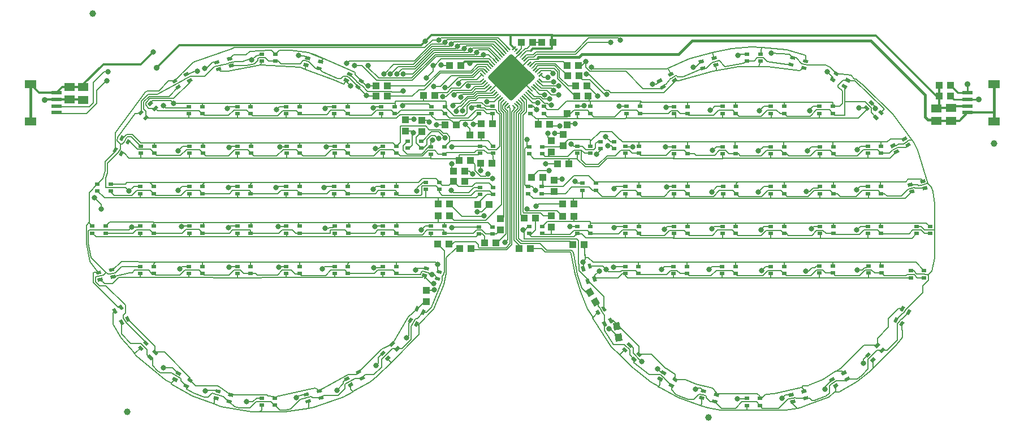
<source format=gbr>
G04 EAGLE Gerber RS-274X export*
G75*
%MOMM*%
%FSLAX34Y34*%
%LPD*%
%INTop Copper*%
%IPPOS*%
%AMOC8*
5,1,8,0,0,1.08239X$1,22.5*%
G01*
%ADD10R,1.500000X1.240000*%
%ADD11C,0.510000*%
%ADD12R,0.700000X0.200000*%
%ADD13R,1.075000X1.000000*%
%ADD14R,0.750000X0.500000*%
%ADD15R,1.550000X0.600000*%
%ADD16R,1.800000X1.200000*%
%ADD17R,1.000000X1.075000*%
%ADD18C,1.000000*%
%ADD19C,0.406400*%
%ADD20C,0.203200*%
%ADD21C,0.304800*%
%ADD22C,0.800100*%
%ADD23C,0.906400*%
%ADD24C,0.152400*%
%ADD25C,0.254000*%


D10*
X-662580Y231100D03*
X-662580Y250100D03*
X635445Y218205D03*
X635445Y199205D03*
X-641915Y231050D03*
X-641915Y250050D03*
D11*
X-33671Y264610D02*
X-1215Y297066D01*
X31241Y264610D01*
X-1215Y232154D01*
X-33671Y264610D01*
X-6060Y236999D02*
X3630Y236999D01*
X8475Y241844D02*
X-10905Y241844D01*
X-15750Y246689D02*
X13320Y246689D01*
X18165Y251534D02*
X-20595Y251534D01*
X-25440Y256379D02*
X23010Y256379D01*
X27855Y261224D02*
X-30285Y261224D01*
X-32212Y266069D02*
X29782Y266069D01*
X24937Y270914D02*
X-27367Y270914D01*
X-22522Y275759D02*
X20092Y275759D01*
X15247Y280604D02*
X-17677Y280604D01*
X-12832Y285449D02*
X10402Y285449D01*
X5557Y290294D02*
X-7987Y290294D01*
X-3142Y295139D02*
X712Y295139D01*
D12*
G36*
X45807Y270620D02*
X40859Y265672D01*
X39445Y267086D01*
X44393Y272034D01*
X45807Y270620D01*
G37*
G36*
X42978Y273448D02*
X38030Y268500D01*
X36616Y269914D01*
X41564Y274862D01*
X42978Y273448D01*
G37*
G36*
X40150Y276276D02*
X35202Y271328D01*
X33788Y272742D01*
X38736Y277690D01*
X40150Y276276D01*
G37*
G36*
X37321Y279105D02*
X32373Y274157D01*
X30959Y275571D01*
X35907Y280519D01*
X37321Y279105D01*
G37*
G36*
X34493Y281933D02*
X29545Y276985D01*
X28131Y278399D01*
X33079Y283347D01*
X34493Y281933D01*
G37*
G36*
X31664Y284762D02*
X26716Y279814D01*
X25302Y281228D01*
X30250Y286176D01*
X31664Y284762D01*
G37*
G36*
X28836Y287590D02*
X23888Y282642D01*
X22474Y284056D01*
X27422Y289004D01*
X28836Y287590D01*
G37*
G36*
X26008Y290419D02*
X21060Y285471D01*
X19646Y286885D01*
X24594Y291833D01*
X26008Y290419D01*
G37*
G36*
X23179Y293247D02*
X18231Y288299D01*
X16817Y289713D01*
X21765Y294661D01*
X23179Y293247D01*
G37*
G36*
X20351Y296075D02*
X15403Y291127D01*
X13989Y292541D01*
X18937Y297489D01*
X20351Y296075D01*
G37*
G36*
X17522Y298904D02*
X12574Y293956D01*
X11160Y295370D01*
X16108Y300318D01*
X17522Y298904D01*
G37*
G36*
X14694Y301732D02*
X9746Y296784D01*
X8332Y298198D01*
X13280Y303146D01*
X14694Y301732D01*
G37*
G36*
X11865Y304561D02*
X6917Y299613D01*
X5503Y301027D01*
X10451Y305975D01*
X11865Y304561D01*
G37*
G36*
X9037Y307389D02*
X4089Y302441D01*
X2675Y303855D01*
X7623Y308803D01*
X9037Y307389D01*
G37*
G36*
X6209Y310218D02*
X1261Y305270D01*
X-153Y306684D01*
X4795Y311632D01*
X6209Y310218D01*
G37*
G36*
X-7225Y311632D02*
X-2277Y306684D01*
X-3691Y305270D01*
X-8639Y310218D01*
X-7225Y311632D01*
G37*
G36*
X-10053Y308803D02*
X-5105Y303855D01*
X-6519Y302441D01*
X-11467Y307389D01*
X-10053Y308803D01*
G37*
G36*
X-12881Y305975D02*
X-7933Y301027D01*
X-9347Y299613D01*
X-14295Y304561D01*
X-12881Y305975D01*
G37*
G36*
X-15710Y303146D02*
X-10762Y298198D01*
X-12176Y296784D01*
X-17124Y301732D01*
X-15710Y303146D01*
G37*
G36*
X-18538Y300318D02*
X-13590Y295370D01*
X-15004Y293956D01*
X-19952Y298904D01*
X-18538Y300318D01*
G37*
G36*
X-21367Y297489D02*
X-16419Y292541D01*
X-17833Y291127D01*
X-22781Y296075D01*
X-21367Y297489D01*
G37*
G36*
X-24195Y294661D02*
X-19247Y289713D01*
X-20661Y288299D01*
X-25609Y293247D01*
X-24195Y294661D01*
G37*
G36*
X-27024Y291833D02*
X-22076Y286885D01*
X-23490Y285471D01*
X-28438Y290419D01*
X-27024Y291833D01*
G37*
G36*
X-29852Y289004D02*
X-24904Y284056D01*
X-26318Y282642D01*
X-31266Y287590D01*
X-29852Y289004D01*
G37*
G36*
X-32680Y286176D02*
X-27732Y281228D01*
X-29146Y279814D01*
X-34094Y284762D01*
X-32680Y286176D01*
G37*
G36*
X-35509Y283347D02*
X-30561Y278399D01*
X-31975Y276985D01*
X-36923Y281933D01*
X-35509Y283347D01*
G37*
G36*
X-38337Y280519D02*
X-33389Y275571D01*
X-34803Y274157D01*
X-39751Y279105D01*
X-38337Y280519D01*
G37*
G36*
X-41166Y277690D02*
X-36218Y272742D01*
X-37632Y271328D01*
X-42580Y276276D01*
X-41166Y277690D01*
G37*
G36*
X-43994Y274862D02*
X-39046Y269914D01*
X-40460Y268500D01*
X-45408Y273448D01*
X-43994Y274862D01*
G37*
G36*
X-46823Y272034D02*
X-41875Y267086D01*
X-43289Y265672D01*
X-48237Y270620D01*
X-46823Y272034D01*
G37*
G36*
X-48237Y258600D02*
X-43289Y263548D01*
X-41875Y262134D01*
X-46823Y257186D01*
X-48237Y258600D01*
G37*
G36*
X-45408Y255772D02*
X-40460Y260720D01*
X-39046Y259306D01*
X-43994Y254358D01*
X-45408Y255772D01*
G37*
G36*
X-42580Y252944D02*
X-37632Y257892D01*
X-36218Y256478D01*
X-41166Y251530D01*
X-42580Y252944D01*
G37*
G36*
X-39751Y250115D02*
X-34803Y255063D01*
X-33389Y253649D01*
X-38337Y248701D01*
X-39751Y250115D01*
G37*
G36*
X-36923Y247287D02*
X-31975Y252235D01*
X-30561Y250821D01*
X-35509Y245873D01*
X-36923Y247287D01*
G37*
G36*
X-34094Y244458D02*
X-29146Y249406D01*
X-27732Y247992D01*
X-32680Y243044D01*
X-34094Y244458D01*
G37*
G36*
X-31266Y241630D02*
X-26318Y246578D01*
X-24904Y245164D01*
X-29852Y240216D01*
X-31266Y241630D01*
G37*
G36*
X-28438Y238801D02*
X-23490Y243749D01*
X-22076Y242335D01*
X-27024Y237387D01*
X-28438Y238801D01*
G37*
G36*
X-25609Y235973D02*
X-20661Y240921D01*
X-19247Y239507D01*
X-24195Y234559D01*
X-25609Y235973D01*
G37*
G36*
X-22781Y233145D02*
X-17833Y238093D01*
X-16419Y236679D01*
X-21367Y231731D01*
X-22781Y233145D01*
G37*
G36*
X-19952Y230316D02*
X-15004Y235264D01*
X-13590Y233850D01*
X-18538Y228902D01*
X-19952Y230316D01*
G37*
G36*
X-17124Y227488D02*
X-12176Y232436D01*
X-10762Y231022D01*
X-15710Y226074D01*
X-17124Y227488D01*
G37*
G36*
X-14295Y224659D02*
X-9347Y229607D01*
X-7933Y228193D01*
X-12881Y223245D01*
X-14295Y224659D01*
G37*
G36*
X-11467Y221831D02*
X-6519Y226779D01*
X-5105Y225365D01*
X-10053Y220417D01*
X-11467Y221831D01*
G37*
G36*
X-8639Y219002D02*
X-3691Y223950D01*
X-2277Y222536D01*
X-7225Y217588D01*
X-8639Y219002D01*
G37*
G36*
X4795Y217588D02*
X-153Y222536D01*
X1261Y223950D01*
X6209Y219002D01*
X4795Y217588D01*
G37*
G36*
X7623Y220417D02*
X2675Y225365D01*
X4089Y226779D01*
X9037Y221831D01*
X7623Y220417D01*
G37*
G36*
X10451Y223245D02*
X5503Y228193D01*
X6917Y229607D01*
X11865Y224659D01*
X10451Y223245D01*
G37*
G36*
X13280Y226074D02*
X8332Y231022D01*
X9746Y232436D01*
X14694Y227488D01*
X13280Y226074D01*
G37*
G36*
X16108Y228902D02*
X11160Y233850D01*
X12574Y235264D01*
X17522Y230316D01*
X16108Y228902D01*
G37*
G36*
X18937Y231731D02*
X13989Y236679D01*
X15403Y238093D01*
X20351Y233145D01*
X18937Y231731D01*
G37*
G36*
X21765Y234559D02*
X16817Y239507D01*
X18231Y240921D01*
X23179Y235973D01*
X21765Y234559D01*
G37*
G36*
X24594Y237387D02*
X19646Y242335D01*
X21060Y243749D01*
X26008Y238801D01*
X24594Y237387D01*
G37*
G36*
X27422Y240216D02*
X22474Y245164D01*
X23888Y246578D01*
X28836Y241630D01*
X27422Y240216D01*
G37*
G36*
X30250Y243044D02*
X25302Y247992D01*
X26716Y249406D01*
X31664Y244458D01*
X30250Y243044D01*
G37*
G36*
X33079Y245873D02*
X28131Y250821D01*
X29545Y252235D01*
X34493Y247287D01*
X33079Y245873D01*
G37*
G36*
X35907Y248701D02*
X30959Y253649D01*
X32373Y255063D01*
X37321Y250115D01*
X35907Y248701D01*
G37*
G36*
X38736Y251530D02*
X33788Y256478D01*
X35202Y257892D01*
X40150Y252944D01*
X38736Y251530D01*
G37*
G36*
X41564Y254358D02*
X36616Y259306D01*
X38030Y260720D01*
X42978Y255772D01*
X41564Y254358D01*
G37*
G36*
X44393Y257186D02*
X39445Y262134D01*
X40859Y263548D01*
X45807Y258600D01*
X44393Y257186D01*
G37*
D13*
X30745Y316780D03*
X13745Y316780D03*
D14*
G36*
X-148172Y-97576D02*
X-151922Y-104070D01*
X-156252Y-101570D01*
X-152502Y-95076D01*
X-148172Y-97576D01*
G37*
G36*
X-139078Y-102826D02*
X-142828Y-109320D01*
X-147158Y-106820D01*
X-143408Y-100326D01*
X-139078Y-102826D01*
G37*
G36*
X-129078Y-85506D02*
X-132828Y-92000D01*
X-137158Y-89500D01*
X-133408Y-83006D01*
X-129078Y-85506D01*
G37*
G36*
X-138172Y-80256D02*
X-141922Y-86750D01*
X-146252Y-84250D01*
X-142502Y-77756D01*
X-138172Y-80256D01*
G37*
X-49410Y221235D03*
X-49410Y210735D03*
X-29410Y210735D03*
X-29410Y221235D03*
X-48140Y161390D03*
X-48140Y150890D03*
X-28140Y150890D03*
X-28140Y161390D03*
X-48140Y99640D03*
X-48140Y89140D03*
X-28140Y89140D03*
X-28140Y99640D03*
X-49410Y40430D03*
X-49410Y29930D03*
X-29410Y29930D03*
X-29410Y40430D03*
G36*
X-125363Y-25341D02*
X-132607Y-23400D01*
X-131313Y-18571D01*
X-124069Y-20512D01*
X-125363Y-25341D01*
G37*
G36*
X-128081Y-35484D02*
X-135325Y-33543D01*
X-134031Y-28714D01*
X-126787Y-30655D01*
X-128081Y-35484D01*
G37*
G36*
X-108763Y-40660D02*
X-116007Y-38719D01*
X-114713Y-33890D01*
X-107469Y-35831D01*
X-108763Y-40660D01*
G37*
G36*
X-106045Y-30518D02*
X-113289Y-28577D01*
X-111995Y-23748D01*
X-104751Y-25689D01*
X-106045Y-30518D01*
G37*
G36*
X487479Y266052D02*
X480985Y269802D01*
X483485Y274132D01*
X489979Y270382D01*
X487479Y266052D01*
G37*
G36*
X482229Y256958D02*
X475735Y260708D01*
X478235Y265038D01*
X484729Y261288D01*
X482229Y256958D01*
G37*
G36*
X499549Y246958D02*
X493055Y250708D01*
X495555Y255038D01*
X502049Y251288D01*
X499549Y246958D01*
G37*
G36*
X504799Y256052D02*
X498305Y259802D01*
X500805Y264132D01*
X507299Y260382D01*
X504799Y256052D01*
G37*
G36*
X574899Y161992D02*
X568405Y158242D01*
X565905Y162572D01*
X572399Y166322D01*
X574899Y161992D01*
G37*
G36*
X580149Y152898D02*
X573655Y149148D01*
X571155Y153478D01*
X577649Y157228D01*
X580149Y152898D01*
G37*
G36*
X597469Y162898D02*
X590975Y159148D01*
X588475Y163478D01*
X594969Y167228D01*
X597469Y162898D01*
G37*
G36*
X592219Y171992D02*
X585725Y168242D01*
X583225Y172572D01*
X589719Y176322D01*
X592219Y171992D01*
G37*
G36*
X600288Y102145D02*
X593044Y100204D01*
X591750Y105033D01*
X598994Y106974D01*
X600288Y102145D01*
G37*
G36*
X603006Y92002D02*
X595762Y90061D01*
X594468Y94890D01*
X601712Y96831D01*
X603006Y92002D01*
G37*
G36*
X622324Y97179D02*
X615080Y95238D01*
X613786Y100067D01*
X621030Y102008D01*
X622324Y97179D01*
G37*
G36*
X619606Y107321D02*
X612362Y105380D01*
X611068Y110209D01*
X618312Y112150D01*
X619606Y107321D01*
G37*
X605910Y40925D03*
X605910Y30425D03*
X625910Y30425D03*
X625910Y40925D03*
X597020Y-25270D03*
X597020Y-35770D03*
X617020Y-35770D03*
X617020Y-25270D03*
G36*
X578638Y-97356D02*
X574888Y-103850D01*
X570558Y-101350D01*
X574308Y-94856D01*
X578638Y-97356D01*
G37*
G36*
X587732Y-102606D02*
X583982Y-109100D01*
X579652Y-106600D01*
X583402Y-100106D01*
X587732Y-102606D01*
G37*
G36*
X597732Y-85286D02*
X593982Y-91780D01*
X589652Y-89280D01*
X593402Y-82786D01*
X597732Y-85286D01*
G37*
G36*
X588638Y-80036D02*
X584888Y-86530D01*
X580558Y-84030D01*
X584308Y-77536D01*
X588638Y-80036D01*
G37*
G36*
X423277Y290439D02*
X416033Y292380D01*
X417327Y297209D01*
X424571Y295268D01*
X423277Y290439D01*
G37*
G36*
X420559Y280296D02*
X413315Y282237D01*
X414609Y287066D01*
X421853Y285125D01*
X420559Y280296D01*
G37*
G36*
X439877Y275120D02*
X432633Y277061D01*
X433927Y281890D01*
X441171Y279949D01*
X439877Y275120D01*
G37*
G36*
X442595Y285262D02*
X435351Y287203D01*
X436645Y292032D01*
X443889Y290091D01*
X442595Y285262D01*
G37*
G36*
X-189293Y-148004D02*
X-194595Y-153306D01*
X-198131Y-149770D01*
X-192829Y-144468D01*
X-189293Y-148004D01*
G37*
G36*
X-181868Y-155429D02*
X-187170Y-160731D01*
X-190706Y-157195D01*
X-185404Y-151893D01*
X-181868Y-155429D01*
G37*
G36*
X-167726Y-141287D02*
X-173028Y-146589D01*
X-176564Y-143053D01*
X-171262Y-137751D01*
X-167726Y-141287D01*
G37*
G36*
X-175151Y-133862D02*
X-180453Y-139164D01*
X-183989Y-135628D01*
X-178687Y-130326D01*
X-175151Y-133862D01*
G37*
X-120685Y220600D03*
X-120685Y210100D03*
X-100685Y210100D03*
X-100685Y220600D03*
X-121320Y160120D03*
X-121320Y149620D03*
X-101320Y149620D03*
X-101320Y160120D03*
X-128940Y107260D03*
X-128940Y96760D03*
X-108940Y96760D03*
X-108940Y107260D03*
X-121320Y41700D03*
X-121320Y31200D03*
X-101320Y31200D03*
X-101320Y41700D03*
X-156245Y169180D03*
X-156245Y158680D03*
X-136245Y158680D03*
X-136245Y169180D03*
G36*
X539131Y221928D02*
X533829Y227230D01*
X537365Y230766D01*
X542667Y225464D01*
X539131Y221928D01*
G37*
G36*
X531706Y214503D02*
X526404Y219805D01*
X529940Y223341D01*
X535242Y218039D01*
X531706Y214503D01*
G37*
G36*
X545848Y200361D02*
X540546Y205663D01*
X544082Y209199D01*
X549384Y203897D01*
X545848Y200361D01*
G37*
G36*
X553273Y207786D02*
X547971Y213088D01*
X551507Y216624D01*
X556809Y211322D01*
X553273Y207786D01*
G37*
X532730Y161250D03*
X532730Y150750D03*
X552730Y150750D03*
X552730Y161250D03*
X532730Y100770D03*
X532730Y90270D03*
X552730Y90270D03*
X552730Y100770D03*
X532730Y40925D03*
X532730Y30425D03*
X552730Y30425D03*
X552730Y40925D03*
X533365Y-18285D03*
X533365Y-28785D03*
X553365Y-28785D03*
X553365Y-18285D03*
G36*
X537147Y-150344D02*
X531845Y-155646D01*
X528309Y-152110D01*
X533611Y-146808D01*
X537147Y-150344D01*
G37*
G36*
X544572Y-157769D02*
X539270Y-163071D01*
X535734Y-159535D01*
X541036Y-154233D01*
X544572Y-157769D01*
G37*
G36*
X558714Y-143627D02*
X553412Y-148929D01*
X549876Y-145393D01*
X555178Y-140091D01*
X558714Y-143627D01*
G37*
G36*
X551289Y-136202D02*
X545987Y-141504D01*
X542451Y-137968D01*
X547753Y-132666D01*
X551289Y-136202D01*
G37*
X351755Y299540D03*
X351755Y289040D03*
X371755Y289040D03*
X371755Y299540D03*
G36*
X-242656Y-187443D02*
X-249150Y-191193D01*
X-251650Y-186863D01*
X-245156Y-183113D01*
X-242656Y-187443D01*
G37*
G36*
X-237406Y-196537D02*
X-243900Y-200287D01*
X-246400Y-195957D01*
X-239906Y-192207D01*
X-237406Y-196537D01*
G37*
G36*
X-220086Y-186537D02*
X-226580Y-190287D01*
X-229080Y-185957D01*
X-222586Y-182207D01*
X-220086Y-186537D01*
G37*
G36*
X-225336Y-177443D02*
X-231830Y-181193D01*
X-234330Y-176863D01*
X-227836Y-173113D01*
X-225336Y-177443D01*
G37*
X-195770Y220600D03*
X-195770Y210100D03*
X-175770Y210100D03*
X-175770Y220600D03*
X-193230Y161390D03*
X-193230Y150890D03*
X-173230Y150890D03*
X-173230Y161390D03*
X-193230Y100910D03*
X-193230Y90410D03*
X-173230Y90410D03*
X-173230Y100910D03*
X-193230Y41700D03*
X-193230Y31200D03*
X-173230Y31200D03*
X-173230Y41700D03*
X-193230Y-18780D03*
X-193230Y-29280D03*
X-173230Y-29280D03*
X-173230Y-18780D03*
X460185Y221095D03*
X460185Y210595D03*
X480185Y210595D03*
X480185Y221095D03*
X460820Y160615D03*
X460820Y150115D03*
X480820Y150115D03*
X480820Y160615D03*
X460820Y100770D03*
X460820Y90270D03*
X480820Y90270D03*
X480820Y100770D03*
X460820Y40925D03*
X460820Y30425D03*
X480820Y30425D03*
X480820Y40925D03*
X460185Y-18285D03*
X460185Y-28785D03*
X480185Y-28785D03*
X480185Y-18285D03*
G36*
X483829Y-188803D02*
X477335Y-192553D01*
X474835Y-188223D01*
X481329Y-184473D01*
X483829Y-188803D01*
G37*
G36*
X489079Y-197897D02*
X482585Y-201647D01*
X480085Y-197317D01*
X486579Y-193567D01*
X489079Y-197897D01*
G37*
G36*
X506399Y-187897D02*
X499905Y-191647D01*
X497405Y-187317D01*
X503899Y-183567D01*
X506399Y-187897D01*
G37*
G36*
X501149Y-178803D02*
X494655Y-182553D01*
X492155Y-178223D01*
X498649Y-174473D01*
X501149Y-178803D01*
G37*
G36*
X287558Y286945D02*
X280314Y285004D01*
X279020Y289833D01*
X286264Y291774D01*
X287558Y286945D01*
G37*
G36*
X290276Y276802D02*
X283032Y274861D01*
X281738Y279690D01*
X288982Y281631D01*
X290276Y276802D01*
G37*
G36*
X309594Y281979D02*
X302350Y280038D01*
X301056Y284867D01*
X308300Y286808D01*
X309594Y281979D01*
G37*
G36*
X306876Y292121D02*
X299632Y290180D01*
X298338Y295009D01*
X305582Y296950D01*
X306876Y292121D01*
G37*
G36*
X-303782Y-212210D02*
X-311026Y-214151D01*
X-312320Y-209322D01*
X-305076Y-207381D01*
X-303782Y-212210D01*
G37*
G36*
X-301064Y-222353D02*
X-308308Y-224294D01*
X-309602Y-219465D01*
X-302358Y-217524D01*
X-301064Y-222353D01*
G37*
G36*
X-281746Y-217176D02*
X-288990Y-219117D01*
X-290284Y-214288D01*
X-283040Y-212347D01*
X-281746Y-217176D01*
G37*
G36*
X-284464Y-207034D02*
X-291708Y-208975D01*
X-293002Y-204146D01*
X-285758Y-202205D01*
X-284464Y-207034D01*
G37*
X-266410Y220600D03*
X-266410Y210100D03*
X-246410Y210100D03*
X-246410Y220600D03*
X-265775Y161390D03*
X-265775Y150890D03*
X-245775Y150890D03*
X-245775Y161390D03*
X-266410Y100910D03*
X-266410Y90410D03*
X-246410Y90410D03*
X-246410Y100910D03*
X-265140Y41700D03*
X-265140Y31200D03*
X-245140Y31200D03*
X-245140Y41700D03*
X-265775Y-18780D03*
X-265775Y-29280D03*
X-245775Y-29280D03*
X-245775Y-18780D03*
X387640Y221095D03*
X387640Y210595D03*
X407640Y210595D03*
X407640Y221095D03*
X387640Y160615D03*
X387640Y150115D03*
X407640Y150115D03*
X407640Y160615D03*
X387640Y100770D03*
X387640Y90270D03*
X407640Y90270D03*
X407640Y100770D03*
X387640Y40925D03*
X387640Y30425D03*
X407640Y30425D03*
X407640Y40925D03*
X387640Y-18920D03*
X387640Y-29420D03*
X407640Y-29420D03*
X407640Y-18920D03*
G36*
X422023Y-212645D02*
X414779Y-214586D01*
X413485Y-209757D01*
X420729Y-207816D01*
X422023Y-212645D01*
G37*
G36*
X424741Y-222788D02*
X417497Y-224729D01*
X416203Y-219900D01*
X423447Y-217959D01*
X424741Y-222788D01*
G37*
G36*
X444059Y-217611D02*
X436815Y-219552D01*
X435521Y-214723D01*
X442765Y-212782D01*
X444059Y-217611D01*
G37*
G36*
X441341Y-207469D02*
X434097Y-209410D01*
X432803Y-204581D01*
X440047Y-202640D01*
X441341Y-207469D01*
G37*
G36*
X225184Y259007D02*
X218690Y255257D01*
X216190Y259587D01*
X222684Y263337D01*
X225184Y259007D01*
G37*
G36*
X230434Y249913D02*
X223940Y246163D01*
X221440Y250493D01*
X227934Y254243D01*
X230434Y249913D01*
G37*
G36*
X247754Y259913D02*
X241260Y256163D01*
X238760Y260493D01*
X245254Y264243D01*
X247754Y259913D01*
G37*
G36*
X242504Y269007D02*
X236010Y265257D01*
X233510Y269587D01*
X240004Y273337D01*
X242504Y269007D01*
G37*
X-375150Y-216125D03*
X-375150Y-226625D03*
X-355150Y-226625D03*
X-355150Y-216125D03*
X-338320Y220600D03*
X-338320Y210100D03*
X-318320Y210100D03*
X-318320Y220600D03*
X-337685Y161390D03*
X-337685Y150890D03*
X-317685Y150890D03*
X-317685Y161390D03*
X-338320Y100910D03*
X-338320Y90410D03*
X-318320Y90410D03*
X-318320Y100910D03*
X-338320Y41700D03*
X-338320Y31200D03*
X-318320Y31200D03*
X-318320Y41700D03*
X-338320Y-18780D03*
X-338320Y-29280D03*
X-318320Y-29280D03*
X-318320Y-18780D03*
X315095Y221095D03*
X315095Y210595D03*
X335095Y210595D03*
X335095Y221095D03*
X315095Y160615D03*
X315095Y150115D03*
X335095Y150115D03*
X335095Y160615D03*
X315730Y100770D03*
X315730Y90270D03*
X335730Y90270D03*
X335730Y100770D03*
X315095Y40925D03*
X315095Y30425D03*
X335095Y30425D03*
X335095Y40925D03*
X314460Y-18920D03*
X314460Y-29420D03*
X334460Y-29420D03*
X334460Y-18920D03*
X351290Y-216560D03*
X351290Y-227060D03*
X371290Y-227060D03*
X371290Y-216560D03*
G36*
X-437288Y-209351D02*
X-444532Y-207410D01*
X-443238Y-202581D01*
X-435994Y-204522D01*
X-437288Y-209351D01*
G37*
G36*
X-440006Y-219494D02*
X-447250Y-217553D01*
X-445956Y-212724D01*
X-438712Y-214665D01*
X-440006Y-219494D01*
G37*
G36*
X-420688Y-224670D02*
X-427932Y-222729D01*
X-426638Y-217900D01*
X-419394Y-219841D01*
X-420688Y-224670D01*
G37*
G36*
X-417970Y-214528D02*
X-425214Y-212587D01*
X-423920Y-207758D01*
X-416676Y-209699D01*
X-417970Y-214528D01*
G37*
X-411500Y220600D03*
X-411500Y210100D03*
X-391500Y210100D03*
X-391500Y220600D03*
X-410865Y161390D03*
X-410865Y150890D03*
X-390865Y150890D03*
X-390865Y161390D03*
X-411500Y100910D03*
X-411500Y90410D03*
X-391500Y90410D03*
X-391500Y100910D03*
X-411500Y41700D03*
X-411500Y31200D03*
X-391500Y31200D03*
X-391500Y41700D03*
X-411500Y-18780D03*
X-411500Y-29280D03*
X-391500Y-29280D03*
X-391500Y-18780D03*
X242550Y220460D03*
X242550Y209960D03*
X262550Y209960D03*
X262550Y220460D03*
X242550Y160615D03*
X242550Y150115D03*
X262550Y150115D03*
X262550Y160615D03*
X242550Y100770D03*
X242550Y90270D03*
X262550Y90270D03*
X262550Y100770D03*
X242550Y40925D03*
X242550Y30425D03*
X262550Y30425D03*
X262550Y40925D03*
X241915Y-18920D03*
X241915Y-29420D03*
X261915Y-29420D03*
X261915Y-18920D03*
G36*
X289787Y-209151D02*
X282543Y-207210D01*
X283837Y-202381D01*
X291081Y-204322D01*
X289787Y-209151D01*
G37*
G36*
X287069Y-219294D02*
X279825Y-217353D01*
X281119Y-212524D01*
X288363Y-214465D01*
X287069Y-219294D01*
G37*
G36*
X306387Y-224470D02*
X299143Y-222529D01*
X300437Y-217700D01*
X307681Y-219641D01*
X306387Y-224470D01*
G37*
G36*
X309105Y-214328D02*
X301861Y-212387D01*
X303155Y-207558D01*
X310399Y-209499D01*
X309105Y-214328D01*
G37*
G36*
X-241006Y265122D02*
X-247500Y268872D01*
X-245000Y273202D01*
X-238506Y269452D01*
X-241006Y265122D01*
G37*
G36*
X-246256Y256028D02*
X-252750Y259778D01*
X-250250Y264108D01*
X-243756Y260358D01*
X-246256Y256028D01*
G37*
G36*
X-228936Y246028D02*
X-235430Y249778D01*
X-232930Y254108D01*
X-226436Y250358D01*
X-228936Y246028D01*
G37*
G36*
X-223686Y255122D02*
X-230180Y258872D01*
X-227680Y263202D01*
X-221186Y259452D01*
X-223686Y255122D01*
G37*
G36*
X-497701Y-183233D02*
X-504195Y-179483D01*
X-501695Y-175153D01*
X-495201Y-178903D01*
X-497701Y-183233D01*
G37*
G36*
X-502951Y-192327D02*
X-509445Y-188577D01*
X-506945Y-184247D01*
X-500451Y-187997D01*
X-502951Y-192327D01*
G37*
G36*
X-485631Y-202327D02*
X-492125Y-198577D01*
X-489625Y-194247D01*
X-483131Y-197997D01*
X-485631Y-202327D01*
G37*
G36*
X-480381Y-193233D02*
X-486875Y-189483D01*
X-484375Y-185153D01*
X-477881Y-188903D01*
X-480381Y-193233D01*
G37*
X-484045Y220600D03*
X-484045Y210100D03*
X-464045Y210100D03*
X-464045Y220600D03*
X-482775Y161390D03*
X-482775Y150890D03*
X-462775Y150890D03*
X-462775Y161390D03*
X-483410Y100910D03*
X-483410Y90410D03*
X-463410Y90410D03*
X-463410Y100910D03*
X-483410Y41700D03*
X-483410Y31200D03*
X-463410Y31200D03*
X-463410Y41700D03*
X-484045Y-18780D03*
X-484045Y-29280D03*
X-464045Y-29280D03*
X-464045Y-18780D03*
X171275Y221095D03*
X171275Y210595D03*
X191275Y210595D03*
X191275Y221095D03*
X170005Y161250D03*
X170005Y150750D03*
X190005Y150750D03*
X190005Y161250D03*
X170005Y100770D03*
X170005Y90270D03*
X190005Y90270D03*
X190005Y100770D03*
X170005Y40925D03*
X170005Y30425D03*
X190005Y30425D03*
X190005Y40925D03*
X169370Y-18920D03*
X169370Y-29420D03*
X189370Y-29420D03*
X189370Y-18920D03*
G36*
X228739Y-182398D02*
X222245Y-178648D01*
X224745Y-174318D01*
X231239Y-178068D01*
X228739Y-182398D01*
G37*
G36*
X223489Y-191492D02*
X216995Y-187742D01*
X219495Y-183412D01*
X225989Y-187162D01*
X223489Y-191492D01*
G37*
G36*
X240809Y-201492D02*
X234315Y-197742D01*
X236815Y-193412D01*
X243309Y-197162D01*
X240809Y-201492D01*
G37*
G36*
X246059Y-192398D02*
X239565Y-188648D01*
X242065Y-184318D01*
X248559Y-188068D01*
X246059Y-192398D01*
G37*
G36*
X-302823Y289804D02*
X-310067Y291745D01*
X-308773Y296574D01*
X-301529Y294633D01*
X-302823Y289804D01*
G37*
G36*
X-305541Y279661D02*
X-312785Y281602D01*
X-311491Y286431D01*
X-304247Y284490D01*
X-305541Y279661D01*
G37*
G36*
X-286223Y274485D02*
X-293467Y276426D01*
X-292173Y281255D01*
X-284929Y279314D01*
X-286223Y274485D01*
G37*
G36*
X-283505Y284627D02*
X-290749Y286568D01*
X-289455Y291397D01*
X-282211Y289456D01*
X-283505Y284627D01*
G37*
G36*
X-547649Y-137822D02*
X-552951Y-132520D01*
X-549415Y-128984D01*
X-544113Y-134286D01*
X-547649Y-137822D01*
G37*
G36*
X-555074Y-145247D02*
X-560376Y-139945D01*
X-556840Y-136409D01*
X-551538Y-141711D01*
X-555074Y-145247D01*
G37*
G36*
X-540932Y-159389D02*
X-546234Y-154087D01*
X-542698Y-150551D01*
X-537396Y-155853D01*
X-540932Y-159389D01*
G37*
G36*
X-533507Y-151964D02*
X-538809Y-146662D01*
X-535273Y-143126D01*
X-529971Y-148428D01*
X-533507Y-151964D01*
G37*
G36*
X-551538Y212521D02*
X-556840Y207219D01*
X-560376Y210755D01*
X-555074Y216057D01*
X-551538Y212521D01*
G37*
G36*
X-544113Y205096D02*
X-549415Y199794D01*
X-552951Y203330D01*
X-547649Y208632D01*
X-544113Y205096D01*
G37*
G36*
X-529971Y219238D02*
X-535273Y213936D01*
X-538809Y217472D01*
X-533507Y222774D01*
X-529971Y219238D01*
G37*
G36*
X-537396Y226663D02*
X-542698Y221361D01*
X-546234Y224897D01*
X-540932Y230199D01*
X-537396Y226663D01*
G37*
X-555955Y161390D03*
X-555955Y150890D03*
X-535955Y150890D03*
X-535955Y161390D03*
X-556590Y100910D03*
X-556590Y90410D03*
X-536590Y90410D03*
X-536590Y100910D03*
X-556590Y41700D03*
X-556590Y31200D03*
X-536590Y31200D03*
X-536590Y41700D03*
X-556590Y-18780D03*
X-556590Y-29280D03*
X-536590Y-29280D03*
X-536590Y-18780D03*
X97460Y221095D03*
X97460Y210595D03*
X117460Y210595D03*
X117460Y221095D03*
X97460Y161250D03*
X97460Y150750D03*
X117460Y150750D03*
X117460Y161250D03*
X105715Y105850D03*
X105715Y95350D03*
X125715Y95350D03*
X125715Y105850D03*
X97460Y40925D03*
X97460Y30425D03*
X117460Y30425D03*
X117460Y40925D03*
X132385Y168405D03*
X132385Y157905D03*
X152385Y157905D03*
X152385Y168405D03*
G36*
X176886Y-140797D02*
X171584Y-135495D01*
X175120Y-131959D01*
X180422Y-137261D01*
X176886Y-140797D01*
G37*
G36*
X169461Y-148222D02*
X164159Y-142920D01*
X167695Y-139384D01*
X172997Y-144686D01*
X169461Y-148222D01*
G37*
G36*
X183603Y-162364D02*
X178301Y-157062D01*
X181837Y-153526D01*
X187139Y-158828D01*
X183603Y-162364D01*
G37*
G36*
X191028Y-154939D02*
X185726Y-149637D01*
X189262Y-146101D01*
X194564Y-151403D01*
X191028Y-154939D01*
G37*
X-374345Y299540D03*
X-374345Y289040D03*
X-354345Y289040D03*
X-354345Y299540D03*
G36*
X-585973Y-84614D02*
X-589723Y-78120D01*
X-585393Y-75620D01*
X-581643Y-82114D01*
X-585973Y-84614D01*
G37*
G36*
X-595067Y-89864D02*
X-598817Y-83370D01*
X-594487Y-80870D01*
X-590737Y-87364D01*
X-595067Y-89864D01*
G37*
G36*
X-585067Y-107184D02*
X-588817Y-100690D01*
X-584487Y-98190D01*
X-580737Y-104684D01*
X-585067Y-107184D01*
G37*
G36*
X-575973Y-101934D02*
X-579723Y-95440D01*
X-575393Y-92940D01*
X-571643Y-99434D01*
X-575973Y-101934D01*
G37*
G36*
X-500761Y258807D02*
X-507255Y255057D01*
X-509755Y259387D01*
X-503261Y263137D01*
X-500761Y258807D01*
G37*
G36*
X-495511Y249713D02*
X-502005Y245963D01*
X-504505Y250293D01*
X-498011Y254043D01*
X-495511Y249713D01*
G37*
G36*
X-478191Y259713D02*
X-484685Y255963D01*
X-487185Y260293D01*
X-480691Y264043D01*
X-478191Y259713D01*
G37*
G36*
X-483441Y268807D02*
X-489935Y265057D01*
X-492435Y269387D01*
X-485941Y273137D01*
X-483441Y268807D01*
G37*
G36*
X-590102Y158019D02*
X-593852Y151525D01*
X-598182Y154025D01*
X-594432Y160519D01*
X-590102Y158019D01*
G37*
G36*
X-581008Y152769D02*
X-584758Y146275D01*
X-589088Y148775D01*
X-585338Y155269D01*
X-581008Y152769D01*
G37*
G36*
X-571008Y170089D02*
X-574758Y163595D01*
X-579088Y166095D01*
X-575338Y172589D01*
X-571008Y170089D01*
G37*
G36*
X-580102Y175339D02*
X-583852Y168845D01*
X-588182Y171345D01*
X-584432Y177839D01*
X-580102Y175339D01*
G37*
X-620880Y104720D03*
X-620880Y94220D03*
X-600880Y94220D03*
X-600880Y104720D03*
X-628500Y41700D03*
X-628500Y31200D03*
X-608500Y31200D03*
X-608500Y41700D03*
G36*
X-615015Y-29728D02*
X-622350Y-31288D01*
X-623389Y-26398D01*
X-616054Y-24838D01*
X-615015Y-29728D01*
G37*
G36*
X-612832Y-39998D02*
X-620167Y-41558D01*
X-621206Y-36668D01*
X-613871Y-35108D01*
X-612832Y-39998D01*
G37*
G36*
X-593269Y-35840D02*
X-600604Y-37400D01*
X-601643Y-32510D01*
X-594308Y-30950D01*
X-593269Y-35840D01*
G37*
G36*
X-595452Y-25570D02*
X-602787Y-27130D01*
X-603826Y-22240D01*
X-596491Y-20680D01*
X-595452Y-25570D01*
G37*
X27455Y221095D03*
X27455Y210595D03*
X47455Y210595D03*
X47455Y221095D03*
X25550Y160615D03*
X25550Y150115D03*
X45550Y150115D03*
X45550Y160615D03*
X24280Y100770D03*
X24280Y90270D03*
X44280Y90270D03*
X44280Y100770D03*
X25550Y40925D03*
X25550Y30425D03*
X45550Y30425D03*
X45550Y40925D03*
G36*
X114514Y-36534D02*
X117079Y-43580D01*
X112382Y-45290D01*
X109817Y-38244D01*
X114514Y-36534D01*
G37*
G36*
X124381Y-32943D02*
X126946Y-39989D01*
X122249Y-41699D01*
X119684Y-34653D01*
X124381Y-32943D01*
G37*
G36*
X117540Y-14149D02*
X120105Y-21195D01*
X115408Y-22905D01*
X112843Y-15859D01*
X117540Y-14149D01*
G37*
G36*
X107673Y-17741D02*
X110238Y-24787D01*
X105541Y-26497D01*
X102976Y-19451D01*
X107673Y-17741D01*
G37*
G36*
X137292Y-86954D02*
X133542Y-80460D01*
X137872Y-77960D01*
X141622Y-84454D01*
X137292Y-86954D01*
G37*
G36*
X128198Y-92204D02*
X124448Y-85710D01*
X128778Y-83210D01*
X132528Y-89704D01*
X128198Y-92204D01*
G37*
G36*
X138198Y-109524D02*
X134448Y-103030D01*
X138778Y-100530D01*
X142528Y-107024D01*
X138198Y-109524D01*
G37*
G36*
X147292Y-104274D02*
X143542Y-97780D01*
X147872Y-95280D01*
X151622Y-101774D01*
X147292Y-104274D01*
G37*
G36*
X-437907Y285675D02*
X-445151Y283734D01*
X-446445Y288563D01*
X-439201Y290504D01*
X-437907Y285675D01*
G37*
G36*
X-435189Y275532D02*
X-442433Y273591D01*
X-443727Y278420D01*
X-436483Y280361D01*
X-435189Y275532D01*
G37*
G36*
X-415871Y280709D02*
X-423115Y278768D01*
X-424409Y283597D01*
X-417165Y285538D01*
X-415871Y280709D01*
G37*
G36*
X-418589Y290851D02*
X-425833Y288910D01*
X-427127Y293739D01*
X-419883Y295680D01*
X-418589Y290851D01*
G37*
D15*
X682250Y221695D03*
X682250Y231695D03*
X682250Y211695D03*
X682250Y241695D03*
D16*
X721250Y198695D03*
X721250Y254695D03*
D15*
X-682250Y231695D03*
X-682250Y221695D03*
X-682250Y241695D03*
X-682250Y211695D03*
D16*
X-721250Y254695D03*
X-721250Y198695D03*
D13*
X61120Y316895D03*
X44120Y316895D03*
D10*
X657710Y218505D03*
X657710Y199505D03*
D13*
X-76785Y282270D03*
X-93785Y282270D03*
X-61350Y8255D03*
X-78350Y8255D03*
X-94370Y14605D03*
X-111370Y14605D03*
D17*
X-128270Y-54365D03*
X-128270Y-71365D03*
D13*
X-100575Y193040D03*
X-83575Y193040D03*
X-46600Y194945D03*
X-29600Y194945D03*
X-115960Y237490D03*
X-132960Y237490D03*
X-61985Y140335D03*
X-78985Y140335D03*
X-47235Y135890D03*
X-30235Y135890D03*
X-63110Y177800D03*
X-46110Y177800D03*
X-93735Y74930D03*
X-110735Y74930D03*
X-34045Y74295D03*
X-51045Y74295D03*
X-70875Y108585D03*
X-87875Y108585D03*
X-23885Y16510D03*
X-40885Y16510D03*
D17*
X-17780Y52950D03*
X-17780Y35950D03*
D13*
X-93735Y57150D03*
X-110735Y57150D03*
D17*
X-160020Y200905D03*
X-160020Y183905D03*
X-135255Y200270D03*
X-135255Y183270D03*
D13*
X-70875Y123825D03*
X-87875Y123825D03*
X56125Y194310D03*
X39125Y194310D03*
D17*
X82550Y193430D03*
X82550Y210430D03*
D13*
X96910Y236220D03*
X113910Y236220D03*
X68335Y135255D03*
X85335Y135255D03*
D17*
X58420Y169790D03*
X58420Y152790D03*
X76835Y179315D03*
X76835Y162315D03*
D13*
X75320Y74930D03*
X92320Y74930D03*
D17*
X62865Y110100D03*
X62865Y93100D03*
D13*
X28965Y114935D03*
X45965Y114935D03*
X18170Y53975D03*
X35170Y53975D03*
D17*
X59055Y56760D03*
X59055Y39760D03*
D13*
X75320Y56515D03*
X92320Y56515D03*
X95005Y251460D03*
X112005Y251460D03*
X82940Y266700D03*
X99940Y266700D03*
X91195Y13970D03*
X108195Y13970D03*
X10550Y8255D03*
X27550Y8255D03*
G36*
X114758Y-64563D02*
X109383Y-55255D01*
X118042Y-50255D01*
X123417Y-59563D01*
X114758Y-64563D01*
G37*
G36*
X123258Y-79285D02*
X117883Y-69977D01*
X126542Y-64977D01*
X131917Y-74285D01*
X123258Y-79285D01*
G37*
G36*
X163581Y-119050D02*
X165448Y-129636D01*
X155601Y-131372D01*
X153734Y-120786D01*
X163581Y-119050D01*
G37*
G36*
X160629Y-102308D02*
X162496Y-112894D01*
X152649Y-114630D01*
X150782Y-104044D01*
X160629Y-102308D01*
G37*
X82305Y281940D03*
X99305Y281940D03*
X-187080Y236220D03*
X-204080Y236220D03*
X-187080Y251460D03*
X-204080Y251460D03*
X656200Y252730D03*
X639200Y252730D03*
X656200Y236855D03*
X639200Y236855D03*
D18*
X-628015Y360045D03*
X-575945Y-236855D03*
X721360Y165735D03*
X294005Y-245110D03*
D19*
X635445Y218205D02*
X635745Y218505D01*
D20*
X-30914Y282995D02*
X-35904Y287985D01*
D21*
X-63500Y287985D01*
X-71070Y287985D01*
X-76785Y282270D01*
X-2115Y313594D02*
X3028Y308451D01*
D20*
X5822Y305656D01*
D21*
X5822Y305656D01*
X-62981Y287466D02*
X-63500Y287985D01*
X-62981Y287466D02*
X-62981Y285866D01*
D22*
X-62981Y285866D03*
X-130175Y318770D03*
D21*
X-121146Y327800D01*
X-635Y327800D01*
X-130175Y318770D02*
X-135890Y313055D01*
X-498475Y313055D02*
X-532290Y279240D01*
X-498475Y313055D02*
X-135890Y313055D01*
D20*
X14341Y297137D02*
X21369Y304165D01*
D21*
X31115Y307340D02*
X59690Y307340D01*
X59690Y314325D01*
X59690Y327800D01*
D20*
X27940Y304165D02*
X21369Y304165D01*
D21*
X27940Y304165D02*
X31115Y307340D01*
X61120Y315755D02*
X61120Y316895D01*
X61120Y315755D02*
X59690Y314325D01*
X59690Y327800D02*
X60325Y327800D01*
X59690Y327800D02*
X-635Y327800D01*
X-2115Y326319D02*
X-2115Y313594D01*
X-2115Y326319D02*
X-635Y327800D01*
D20*
X3028Y308451D02*
X5822Y305656D01*
X5856Y305622D01*
D21*
X60012Y327487D02*
X60325Y327800D01*
X-663175Y231695D02*
X-682250Y231695D01*
X-663175Y231695D02*
X-662580Y231100D01*
X-641965Y231100D01*
X-641915Y231050D01*
X-682250Y231695D02*
X-698580Y231695D01*
X-699770Y230505D01*
D23*
X-699770Y230505D03*
X-532290Y279240D03*
D21*
X660900Y221695D02*
X682250Y221695D01*
X660900Y221695D02*
X657710Y218505D01*
X635745Y218505D01*
X639200Y236855D02*
X639200Y252730D01*
X639200Y236855D02*
X639200Y221960D01*
X635745Y218505D01*
X635000Y236855D02*
X639200Y236855D01*
X544368Y327487D02*
X60012Y327487D01*
X544368Y327487D02*
X635000Y236855D01*
D24*
X-15519Y261620D02*
X-30914Y246225D01*
X-4205Y261620D02*
X-1785Y264040D01*
X-1215Y264610D01*
X-4205Y261620D02*
X-15519Y261620D01*
X10099Y264610D02*
X28483Y246225D01*
X10099Y264610D02*
X-635Y264610D01*
X-1215Y264610D01*
D19*
X-721250Y254695D02*
X-721250Y198695D01*
X721250Y198695D02*
X721250Y212725D01*
X721250Y254695D01*
D24*
X22827Y288652D02*
X9765Y275590D01*
X-635Y268605D02*
X-635Y264610D01*
X6350Y275590D02*
X9765Y275590D01*
X6350Y275590D02*
X-635Y268605D01*
X-635Y287817D02*
X11513Y299965D01*
X-635Y287817D02*
X-635Y268605D01*
X11513Y299965D02*
X19523Y307975D01*
X21940Y307975D02*
X30745Y316780D01*
X21940Y307975D02*
X19523Y307975D01*
D20*
X44005Y316780D02*
X44120Y316895D01*
X44005Y316780D02*
X30745Y316780D01*
D24*
X-93785Y282270D02*
X-105105Y282270D01*
X-106045Y283210D01*
D22*
X-106045Y283210D03*
X-1785Y264040D03*
X-537210Y302895D03*
D24*
X22827Y288652D02*
X26021Y291846D01*
X36750Y291846D01*
X38187Y293283D01*
D19*
X39544Y294640D01*
X100330Y294640D02*
X104775Y299085D01*
X633990Y200660D02*
X635445Y199205D01*
X100330Y294640D02*
X39544Y294640D01*
X104775Y299085D02*
X248920Y299085D01*
X269240Y319405D01*
D21*
X-537210Y302895D02*
X-556260Y283845D01*
X-641915Y254070D02*
X-641915Y250050D01*
X-612140Y283845D02*
X-556260Y283845D01*
X-612140Y283845D02*
X-641915Y254070D01*
X-673845Y250100D02*
X-682250Y241695D01*
X-673845Y250100D02*
X-662580Y250100D01*
X-641965Y250100D01*
X-641915Y250050D01*
X-682250Y241695D02*
X-708250Y241695D01*
X-721250Y254695D01*
X635445Y199205D02*
X635745Y199505D01*
X657710Y199505D01*
X670060Y199505D02*
X682250Y211695D01*
X670060Y199505D02*
X657710Y199505D01*
X682250Y211695D02*
X720220Y211695D01*
X721250Y212725D01*
D19*
X633990Y200660D02*
X622935Y200660D01*
X537210Y319405D02*
X269240Y319405D01*
X537210Y319405D02*
X618490Y238125D01*
X618490Y205105D01*
X622935Y200660D01*
D22*
X-605155Y273050D03*
D20*
X19998Y291480D02*
X23666Y295148D01*
X37033Y299339D02*
X95453Y299339D01*
D22*
X147320Y316865D03*
D20*
X32842Y295148D02*
X23666Y295148D01*
X32842Y295148D02*
X37033Y299339D01*
X95453Y299339D02*
X112979Y316865D01*
X147320Y316865D01*
X-605155Y273050D02*
X-610870Y273050D01*
X-626745Y226695D02*
X-633340Y220100D01*
X-626745Y226695D02*
X-626745Y257175D01*
X-610870Y273050D01*
X-633340Y220100D02*
X-680655Y220100D01*
X-682250Y221695D01*
D25*
X656200Y236855D02*
X661360Y231695D01*
X679450Y231695D01*
X682250Y231695D01*
D23*
X698500Y231775D03*
D25*
X679530Y231775D01*
X679450Y231695D01*
D22*
X-606425Y259715D03*
D20*
X17170Y294308D02*
X21565Y298704D01*
X31369Y298704D01*
X35560Y302895D01*
X93980Y302895D02*
X114508Y323423D01*
X93980Y302895D02*
X35560Y302895D01*
X158941Y323423D02*
X161925Y320438D01*
D22*
X161925Y320438D03*
D20*
X158941Y323423D02*
X114508Y323423D01*
X-622300Y245110D02*
X-622300Y225425D01*
X-622300Y245110D02*
X-607695Y259715D01*
X-606425Y259715D01*
X-622300Y225425D02*
X-637614Y210111D01*
X-680666Y210111D01*
X-682250Y211695D01*
D25*
X656200Y252730D02*
X667235Y241695D01*
X682250Y241695D01*
D23*
X681990Y254635D03*
D25*
X682250Y254375D01*
X682250Y241695D01*
D24*
X13745Y307854D02*
X8684Y302794D01*
X13745Y307854D02*
X13745Y316780D01*
D22*
X-60325Y219075D03*
D24*
X-28085Y285823D02*
X-34435Y292173D01*
X-106211Y292173D01*
X-117956Y280429D02*
X-117956Y274079D01*
X-128116Y263919D01*
X-117595Y280790D02*
X-106211Y292173D01*
D22*
X-128116Y263919D03*
D24*
X-117956Y280429D02*
X-117595Y280790D01*
X-88800Y161390D02*
X-48140Y161390D01*
X-88800Y161390D02*
X-90170Y160020D01*
D22*
X-90170Y160020D03*
X-90805Y95250D03*
D24*
X-57030Y99640D02*
X-48140Y99640D01*
X-57030Y99640D02*
X-64595Y92075D01*
X-87630Y92075D01*
X-90805Y95250D01*
X-89110Y40430D02*
X-49410Y40430D01*
X-89110Y40430D02*
X-90170Y39370D01*
D22*
X-90170Y39370D03*
D24*
X-141971Y-21956D02*
X-144145Y-24130D01*
X-141971Y-21956D02*
X-128338Y-21956D01*
D22*
X-144145Y-24130D03*
X-158438Y-125730D03*
D24*
X-152212Y-101612D02*
X-152212Y-99573D01*
X-154788Y-122079D02*
X-158438Y-125730D01*
X-154788Y-104188D02*
X-152212Y-101612D01*
X-154788Y-104188D02*
X-154788Y-122079D01*
X-48140Y161390D02*
X-40740Y161390D01*
X-35560Y156210D01*
X-23495Y156210D01*
X-18415Y161290D01*
X-18415Y208302D01*
X-23374Y213261D02*
X-23374Y214182D01*
X-25092Y215900D01*
X-38519Y215900D02*
X-41188Y218569D01*
X-46744Y218569D02*
X-49410Y221235D01*
X-46744Y218569D02*
X-41188Y218569D01*
X-23374Y213261D02*
X-18415Y208302D01*
X-25092Y215900D02*
X-38519Y215900D01*
X17780Y22225D02*
X97155Y22225D01*
X17780Y22225D02*
X17780Y34425D01*
X19374Y36019D01*
X23745Y39120D02*
X25550Y40925D01*
X23745Y39120D02*
X22475Y39120D01*
X137582Y-63776D02*
X137582Y-82457D01*
X137582Y-63776D02*
X114718Y-40912D01*
X113448Y-40912D01*
X113448Y-38372D01*
X100330Y-25255D01*
X100330Y-15641D02*
X99759Y-15070D01*
X99759Y19622D01*
X100330Y-15641D02*
X100330Y-25255D01*
X99759Y19622D02*
X97155Y22225D01*
X24280Y100770D02*
X21785Y100770D01*
X19050Y103505D01*
X19050Y157480D02*
X22185Y160615D01*
X24130Y160615D01*
X25550Y160615D01*
X19050Y157480D02*
X19050Y103505D01*
X24280Y100770D02*
X30040Y100770D01*
X35379Y95431D01*
D22*
X35379Y95431D03*
X16447Y36019D03*
D24*
X19374Y36019D01*
X22475Y39120D01*
X27455Y221095D02*
X31635Y221095D01*
X36830Y215900D01*
D22*
X36830Y215900D03*
X22289Y171450D03*
D24*
X22289Y162457D01*
X24130Y160615D01*
X-49410Y221235D02*
X-58165Y221235D01*
X-60325Y219075D01*
X-442176Y287119D02*
X-448526Y287119D01*
X-456561Y279083D01*
X-459919Y277818D01*
D22*
X-459919Y277818D03*
X-118046Y282639D03*
D24*
X-118046Y281241D01*
X-117595Y280790D01*
X-130386Y41700D02*
X-135890Y36195D01*
D22*
X-135890Y36195D03*
X-142875Y93980D03*
D24*
X-142875Y98236D01*
X-133852Y107260D01*
X-120937Y168936D02*
X-119380Y170244D01*
D22*
X-119380Y170244D03*
D24*
X-125130Y225045D02*
X-161035Y225045D01*
X-163830Y222250D01*
D22*
X-163830Y222250D03*
D24*
X-200062Y-155237D02*
X-200062Y-163930D01*
X-203772Y-167640D01*
D22*
X-203772Y-167640D03*
D24*
X-19600Y294308D02*
X-34041Y308750D01*
X-148512Y269685D02*
X-163195Y269685D01*
D22*
X-163195Y269685D03*
X-62382Y305067D03*
D24*
X-58699Y308750D02*
X-34041Y308750D01*
X-58699Y308750D02*
X-62382Y305067D01*
X-116495Y301701D02*
X-148512Y269685D01*
X-65748Y301701D02*
X-62382Y305067D01*
X-65748Y301701D02*
X-116495Y301701D01*
X276199Y-201321D02*
X282367Y-201321D01*
X276199Y-201321D02*
X274955Y-202565D01*
D22*
X274955Y-202565D03*
X224155Y-23051D03*
X228282Y36513D03*
D24*
X232695Y40925D01*
D22*
X231140Y100330D03*
D24*
X231580Y100770D01*
D22*
X229870Y160020D03*
D24*
X230465Y160615D01*
D22*
X230505Y219710D03*
D24*
X231255Y220460D01*
X230465Y160615D02*
X242550Y160615D01*
X242550Y220460D02*
X231255Y220460D01*
X231580Y100770D02*
X242550Y100770D01*
X242550Y40925D02*
X232695Y40925D01*
X227827Y-18920D02*
X241915Y-18920D01*
X224155Y-22592D02*
X224155Y-23051D01*
X224155Y-22592D02*
X227827Y-18920D01*
X282367Y-201321D02*
X286812Y-205766D01*
X-156245Y169180D02*
X-163195Y162230D01*
X-163195Y155321D01*
X-157480Y149606D01*
X-135375Y149606D01*
X-124861Y160120D02*
X-121320Y160120D01*
X-124861Y160120D02*
X-135375Y149606D01*
X-121320Y160120D02*
X-121320Y168553D01*
X-120937Y168936D01*
X-128940Y107260D02*
X-133852Y107260D01*
X-130386Y41700D02*
X-121320Y41700D01*
X-120685Y220600D02*
X-125130Y225045D01*
X-232486Y258645D02*
X-243003Y269162D01*
X-232486Y258645D02*
X-232143Y257365D01*
X-229928Y256086D01*
X-227392Y253551D01*
X-224472Y251865D01*
X-224440Y251745D01*
X-180758Y243506D02*
X-179822Y242570D01*
X-180758Y243506D02*
X-216201Y243506D01*
X-164465Y242570D02*
X-163195Y243840D01*
D22*
X-163195Y243840D03*
D24*
X-216201Y243506D02*
X-224440Y251745D01*
X-179822Y242570D02*
X-164465Y242570D01*
X-193712Y-148887D02*
X-200062Y-155237D01*
X-207645Y97155D02*
X-203890Y100910D01*
D22*
X-207645Y97155D03*
X-205042Y40704D03*
D24*
X-204046Y41700D01*
D22*
X-204470Y158115D03*
D24*
X-198748Y159258D02*
X-195362Y159258D01*
X-198748Y159258D02*
X-199890Y158115D01*
X-204470Y158115D01*
X-208280Y218440D02*
X-206121Y220600D01*
D22*
X-208280Y218440D03*
X-207010Y-20955D03*
D24*
X-195405Y-20955D01*
D22*
X-262573Y-204152D03*
D24*
X-253172Y-194752D01*
X-253172Y-191458D01*
X-248868Y-187153D01*
X-172720Y269685D02*
X-164910Y277495D01*
D22*
X-172720Y269685D03*
D24*
X-164910Y277495D02*
X-145012Y277495D01*
D22*
X-71981Y307988D03*
D24*
X-68171Y311798D02*
X-31432Y311798D01*
X-68171Y311798D02*
X-71981Y307988D01*
X-31432Y311798D02*
X-16771Y297137D01*
X-117758Y304749D02*
X-145012Y277495D01*
X-75220Y304749D02*
X-71981Y307988D01*
X-75220Y304749D02*
X-117758Y304749D01*
X294640Y-23495D02*
X299215Y-18920D01*
D22*
X294640Y-23495D03*
X337185Y-217170D03*
D24*
X350680Y-217170D01*
X299085Y37465D02*
X302545Y40925D01*
D22*
X299085Y37465D03*
D24*
X298894Y92520D02*
X307145Y100770D01*
D22*
X298894Y92520D03*
X300355Y154940D03*
D24*
X306030Y160615D01*
X298259Y215710D02*
X296354Y215710D01*
X298259Y215710D02*
X303645Y221095D01*
D22*
X296354Y215710D03*
D24*
X303645Y221095D02*
X315095Y221095D01*
X315095Y160615D02*
X306030Y160615D01*
X307145Y100770D02*
X315730Y100770D01*
X315095Y40925D02*
X302545Y40925D01*
X299215Y-18920D02*
X314460Y-18920D01*
X-193230Y41700D02*
X-204046Y41700D01*
X-203890Y100910D02*
X-193230Y100910D01*
X-195362Y159258D02*
X-193230Y161390D01*
X-195770Y220600D02*
X-206121Y220600D01*
X350680Y-217170D02*
X351290Y-216560D01*
X-193230Y-18780D02*
X-195405Y-20955D01*
X-247153Y-187153D02*
X-248868Y-187153D01*
D22*
X-280035Y38100D03*
D24*
X-273863Y39034D02*
X-267806Y39034D01*
X-273863Y39034D02*
X-274797Y38100D01*
X-280035Y38100D01*
D22*
X-281305Y99060D03*
X-278130Y160020D03*
X-280035Y217805D03*
D24*
X-277240Y220600D01*
X-280400Y-18780D02*
X-283845Y-22225D01*
D22*
X-283845Y-22225D03*
X-323215Y-215265D03*
D24*
X-322893Y-213492D02*
X-310386Y-210141D01*
X-322893Y-213492D02*
X-323215Y-213814D01*
X-323215Y-215265D01*
X-13943Y299965D02*
X-28823Y314846D01*
D22*
X-182245Y269685D03*
D24*
X-181611Y269685D01*
X-170752Y280543D02*
X-146274Y280543D01*
X-170752Y280543D02*
X-181611Y269685D01*
X-81506Y311036D02*
X-77696Y314846D01*
D22*
X-81506Y311036D03*
D24*
X-77696Y314846D02*
X-28823Y314846D01*
X-119020Y307797D02*
X-146274Y280543D01*
X-84745Y307797D02*
X-81506Y311036D01*
X-84745Y307797D02*
X-119020Y307797D01*
D22*
X373651Y-25036D03*
D24*
X379767Y-18920D01*
D22*
X403860Y-216535D03*
D24*
X409194Y-211202D01*
X372427Y35878D02*
X377475Y40925D01*
D22*
X372427Y35878D03*
X368935Y92520D03*
D24*
X377186Y100770D01*
X369379Y154115D02*
X368744Y154115D01*
X369379Y154115D02*
X375880Y160615D01*
D22*
X368744Y154115D03*
X370014Y214440D03*
D24*
X376670Y221095D01*
D22*
X210185Y254635D03*
D24*
X376670Y221095D02*
X387640Y221095D01*
X387640Y160615D02*
X375880Y160615D01*
X377186Y100770D02*
X387640Y100770D01*
X387640Y40925D02*
X377475Y40925D01*
X379767Y-18920D02*
X387640Y-18920D01*
X409194Y-211202D02*
X417754Y-211202D01*
X-265775Y-18780D02*
X-280400Y-18780D01*
X-267806Y39034D02*
X-265140Y41700D01*
X-281305Y99060D02*
X-279455Y100910D01*
X-266410Y100910D01*
X-278130Y160020D02*
X-276760Y161390D01*
X-265775Y161390D01*
X-266410Y220600D02*
X-277240Y220600D01*
X216025Y254635D02*
X220687Y259297D01*
X216025Y254635D02*
X210185Y254635D01*
X-308051Y-210767D02*
X-310386Y-210141D01*
D22*
X-349885Y40704D03*
D24*
X-339317Y40704D01*
X-353695Y99060D02*
X-351845Y100910D01*
D22*
X-353695Y99060D03*
X-347917Y160084D03*
D24*
X-338992Y160084D01*
D22*
X-352425Y216535D03*
D24*
X-348360Y220600D01*
X-347774Y-18780D02*
X-349250Y-20257D01*
D22*
X-349250Y-20257D03*
X-397510Y-221615D03*
D24*
X-387985Y-221615D02*
X-382495Y-216125D01*
X-387985Y-221615D02*
X-397510Y-221615D01*
X-11115Y302794D02*
X-26214Y317894D01*
D22*
X-191770Y269685D03*
D24*
X-191136Y269685D01*
X-177229Y283591D02*
X-147537Y283591D01*
X-177229Y283591D02*
X-191136Y269685D01*
X-147537Y283591D02*
X-119996Y311131D01*
X-87221Y317894D02*
X-26214Y317894D01*
X-87221Y317894D02*
X-91031Y314084D01*
D22*
X-91031Y314084D03*
D24*
X-93983Y311131D02*
X-119996Y311131D01*
X-93983Y311131D02*
X-91031Y314084D01*
X468694Y-199152D02*
X468694Y-202565D01*
D22*
X468694Y-202565D03*
X440055Y-26035D03*
D24*
X448945Y-20955D02*
X453070Y-20955D01*
X448945Y-20955D02*
X443865Y-26035D01*
X440055Y-26035D01*
X453070Y-20955D02*
X455740Y-18285D01*
X448310Y37465D02*
X451770Y40925D01*
D22*
X448310Y37465D03*
X440690Y93282D03*
D24*
X445841Y93282D01*
X450857Y98298D01*
X458348Y98298D01*
D22*
X441960Y154750D03*
D24*
X447826Y160615D01*
X445706Y215837D02*
X450965Y221095D01*
X445706Y215837D02*
X445706Y214567D01*
D22*
X445706Y214567D03*
X271145Y279400D03*
D24*
X450965Y221095D02*
X460185Y221095D01*
X460820Y160615D02*
X447826Y160615D01*
X451770Y40925D02*
X460820Y40925D01*
X460185Y-18285D02*
X455740Y-18285D01*
X479332Y-188513D02*
X468694Y-199152D01*
X-338320Y-18780D02*
X-347774Y-18780D01*
X-348360Y220600D02*
X-338320Y220600D01*
X-338320Y41700D02*
X-339317Y40704D01*
X274300Y279400D02*
X283289Y288389D01*
X274300Y279400D02*
X271145Y279400D01*
X-338320Y100910D02*
X-351845Y100910D01*
X458348Y98298D02*
X460820Y100770D01*
X-375150Y-216125D02*
X-382495Y-216125D01*
X-338992Y160084D02*
X-337685Y161390D01*
X-424235Y100910D02*
X-424815Y100330D01*
X-424815Y99060D01*
D22*
X-424815Y99060D03*
X-424815Y39370D03*
D24*
X-422485Y41700D01*
D22*
X-426085Y217805D03*
D24*
X-423545Y220345D02*
X-411755Y220345D01*
X-423545Y220345D02*
X-426085Y217805D01*
D22*
X-423545Y-20320D03*
X-459105Y-205740D03*
X-247790Y285703D03*
D24*
X-146513Y288925D02*
X-121113Y314325D01*
X-146513Y288925D02*
X-243516Y288925D01*
X-247264Y285177D01*
X-247790Y285703D01*
D22*
X-100556Y317418D03*
D24*
X-97032Y320942D02*
X-23605Y320942D01*
X-97032Y320942D02*
X-100556Y317418D01*
X-23605Y320942D02*
X-8286Y305622D01*
X-100556Y317418D02*
X-103649Y314325D01*
X-121113Y314325D01*
X-410865Y161390D02*
X-421540Y161390D01*
D22*
X-423545Y159385D03*
X516890Y-24130D03*
D24*
X527406Y-20951D02*
X530699Y-20951D01*
X524227Y-24130D02*
X516890Y-24130D01*
X524227Y-24130D02*
X527406Y-20951D01*
D22*
X525780Y-163830D03*
D24*
X525780Y-158175D01*
X516255Y35560D02*
X521620Y40925D01*
D22*
X516255Y35560D03*
X516064Y95695D03*
D24*
X521140Y100770D01*
X516636Y155956D02*
X521930Y161250D01*
D22*
X516636Y155956D03*
X544195Y217805D03*
D24*
X544195Y220400D01*
D22*
X338455Y297180D03*
D24*
X521930Y161250D02*
X532730Y161250D01*
X533365Y-18285D02*
X530699Y-20951D01*
X532730Y40925D02*
X521620Y40925D01*
X532728Y-151227D02*
X525780Y-158175D01*
X-422005Y-18780D02*
X-423545Y-20320D01*
X-422005Y-18780D02*
X-411500Y-18780D01*
X340815Y299540D02*
X351755Y299540D01*
X340815Y299540D02*
X338455Y297180D01*
X-421540Y161390D02*
X-423545Y159385D01*
X538248Y226347D02*
X544195Y220400D01*
X-411500Y41700D02*
X-422485Y41700D01*
X-441760Y-204470D02*
X-440263Y-205966D01*
X-441760Y-204470D02*
X-457835Y-204470D01*
X-459105Y-205740D01*
X521140Y100770D02*
X532730Y100770D01*
X-411500Y220600D02*
X-411755Y220345D01*
X-411500Y100910D02*
X-424235Y100910D01*
X-110081Y320612D02*
X-106703Y323990D01*
D22*
X-110081Y320612D03*
D24*
X-20997Y323990D02*
X-5458Y308451D01*
X-20997Y323990D02*
X-106703Y323990D01*
X574598Y-99353D02*
X585116Y-88836D01*
X586395Y-88493D01*
X587674Y-86278D01*
X589360Y-83358D01*
X614680Y-58037D01*
X623056Y-39217D02*
X623056Y-32323D01*
X622391Y-31659D01*
X621717Y-30984D01*
X614680Y-47593D02*
X614680Y-58037D01*
X614680Y-47593D02*
X623056Y-39217D01*
X621717Y-30984D02*
X618783Y-30984D01*
X617855Y-30056D01*
X601215Y-25270D02*
X597020Y-25270D01*
X606001Y-30056D02*
X617855Y-30056D01*
X606001Y-30056D02*
X601215Y-25270D01*
X605910Y40925D02*
X612490Y40925D01*
X617855Y35560D01*
X632460Y35560D01*
X632460Y-6585D01*
X628394Y-25656D01*
X622391Y-31659D01*
X607612Y103589D02*
X596019Y103589D01*
X607612Y103589D02*
X608965Y102235D01*
X612039Y102926D02*
X621113Y105358D01*
X609656Y102926D02*
X608965Y102235D01*
X609656Y102926D02*
X612039Y102926D01*
X621113Y105358D02*
X621165Y105410D01*
X622935Y105410D01*
X627940Y100405D01*
X629975Y93796D01*
X632460Y74646D01*
X632460Y35560D01*
X575616Y162282D02*
X570402Y162282D01*
X586512Y164985D02*
X591286Y167741D01*
X586512Y164985D02*
X578319Y164985D01*
X593725Y170180D02*
X598805Y170180D01*
X601542Y167443D01*
X607652Y155361D01*
X622935Y105715D01*
X622935Y105410D01*
X575616Y162282D02*
X578319Y164985D01*
X591286Y167741D02*
X593725Y170180D01*
X485482Y270092D02*
X475889Y279685D01*
X469654Y283210D01*
X442918Y282809D02*
X433845Y285240D01*
X443613Y283210D02*
X469654Y283210D01*
X443613Y283210D02*
X442918Y282809D01*
X433845Y285240D02*
X425261Y293824D01*
X420302Y293824D01*
X485482Y270092D02*
X507139Y267582D01*
X515657Y261259D02*
X516818Y260147D01*
X526059Y253049D01*
X512566Y262155D02*
X507139Y267582D01*
X512566Y262155D02*
X514761Y262155D01*
X515657Y261259D01*
X526059Y253049D02*
X569922Y209894D01*
X598805Y170180D01*
X420302Y293824D02*
X414775Y299350D01*
X388362Y301038D01*
D22*
X388362Y301038D03*
D24*
X-628500Y41700D02*
X-632945Y46145D01*
X-620880Y104085D02*
X-620880Y104720D01*
X-620880Y104085D02*
X-632945Y92020D01*
X-632945Y47625D01*
X-632945Y46145D01*
X-594142Y153438D02*
X-594142Y156022D01*
X-594142Y153438D02*
X-608890Y138690D01*
X-608890Y125009D01*
X-612646Y112954D02*
X-620880Y104720D01*
X-612646Y112954D02*
X-608890Y125009D01*
X-594334Y156214D02*
X-594334Y181579D01*
X-594334Y156214D02*
X-594142Y156022D01*
X-594334Y181579D02*
X-549137Y242130D01*
X-514148Y259097D02*
X-505258Y259097D01*
X-514148Y259097D02*
X-528753Y244492D01*
X-545612Y244492D01*
X-549137Y242130D01*
X-631884Y-11780D02*
X-619202Y-28063D01*
X-631884Y-11780D02*
X-637633Y15647D01*
X-637633Y42937D01*
X-632945Y47625D01*
X-621281Y-28063D02*
X-619202Y-28063D01*
X-621281Y-28063D02*
X-621912Y-27432D01*
X-626475Y-27432D01*
X-627269Y-28225D01*
X-589808Y-80117D02*
X-585683Y-80117D01*
X-627269Y-42656D02*
X-627269Y-28225D01*
X-627269Y-42656D02*
X-589808Y-80117D01*
X-505258Y259097D02*
X-494715Y269710D01*
X-494398Y270893D01*
X-492386Y272055D01*
X-477520Y287020D01*
X-418465Y307340D01*
X-416560Y309245D01*
X-119443Y320612D02*
X-110081Y320612D01*
X-119443Y320612D02*
X-130810Y309245D01*
X-416560Y309245D01*
X181083Y-149078D02*
X193358Y-161354D01*
X181083Y-141458D02*
X176003Y-136378D01*
X181083Y-141458D02*
X181083Y-149078D01*
X193358Y-161354D02*
X194383Y-161354D01*
D22*
X194383Y-161354D03*
X86995Y40640D03*
D24*
X87280Y40925D01*
X97460Y40925D01*
X97350Y105850D02*
X105715Y105850D01*
X97350Y105850D02*
X94615Y108585D01*
D22*
X94615Y108585D03*
D24*
X97460Y161250D02*
X105450Y161250D01*
X125095Y158750D02*
X125095Y165100D01*
X128400Y168405D01*
X132385Y168405D01*
X110490Y156210D02*
X105450Y161250D01*
X110490Y156210D02*
X122555Y156210D01*
X125095Y158750D01*
D22*
X87947Y164783D03*
D24*
X88582Y165418D02*
X92750Y161250D01*
X88582Y165418D02*
X87947Y164783D01*
X92750Y161250D02*
X97460Y161250D01*
X106795Y221095D02*
X107950Y222250D01*
X106795Y221095D02*
X97460Y221095D01*
D22*
X107950Y222250D03*
D24*
X-374345Y299540D02*
X-374669Y299216D01*
X-383544Y296590D01*
X-389636Y290497D02*
X-391365Y292226D01*
X-403524Y288626D01*
X-414472Y288626D02*
X-425915Y285560D01*
X-426136Y285178D01*
X-445916Y280524D01*
X-414472Y288626D02*
X-403524Y288626D01*
X-483355Y265145D02*
X-488315Y262890D01*
X-483355Y265145D02*
X-482003Y266497D01*
X-459943Y266497D02*
X-445916Y280524D01*
X-459943Y266497D02*
X-482003Y266497D01*
X-488315Y262890D02*
X-492637Y260297D01*
X-554863Y229228D02*
X-554863Y212732D01*
X-555957Y211638D01*
X-35385Y298780D02*
X-25257Y288652D01*
X-113970Y295605D02*
X-149225Y260350D01*
X-203200Y260350D01*
X-224790Y281940D01*
X-235585Y281940D01*
D22*
X-235585Y281940D03*
X-389636Y290497D03*
D24*
X-383544Y296590D01*
X-46355Y295605D02*
X-43180Y298780D01*
X-46355Y295605D02*
X-113970Y295605D01*
D22*
X-43180Y298780D03*
D24*
X-35385Y298780D01*
X-556590Y41700D02*
X-558222Y40069D01*
X-569595Y40069D01*
D22*
X-569595Y40069D03*
X-573405Y93980D03*
D24*
X-566475Y100910D01*
X-556590Y100910D01*
X-573405Y93980D02*
X-579120Y99695D01*
X-608330Y99695D01*
X-608330Y113515D01*
X-605842Y121501D01*
X-605842Y136157D01*
X-556370Y211224D02*
X-555957Y211638D01*
X-556370Y211224D02*
X-564208Y210075D01*
X-590689Y174597D01*
X-609283Y-26353D02*
X-608013Y-27623D01*
X-609283Y-26353D02*
X-630073Y-5562D01*
X-631800Y2678D01*
X-634585Y15963D01*
X-634585Y34598D02*
X-632988Y36195D01*
X-573469Y36195D02*
X-569595Y40069D01*
X-634585Y34598D02*
X-634585Y15963D01*
X-632988Y36195D02*
X-573469Y36195D01*
X-608013Y-27623D02*
X-611916Y-31526D01*
X-582177Y-95763D02*
X-577480Y-103898D01*
X-582177Y-95763D02*
X-582177Y-91881D01*
X-548532Y-132845D02*
X-548532Y-133403D01*
X-548532Y-132845D02*
X-577480Y-103898D01*
X-608457Y-47498D02*
X-611909Y-47498D01*
X-579190Y-76765D02*
X-579190Y-88894D01*
X-582177Y-91881D01*
X-579190Y-76765D02*
X-608457Y-47498D01*
X-608910Y-26353D02*
X-609283Y-26353D01*
X-608910Y-26353D02*
X-605065Y-30198D01*
X-584565Y-18780D02*
X-556590Y-18780D01*
X-611916Y-31526D02*
X-623640Y-34018D01*
X-623640Y-41840D01*
X-617982Y-47498D02*
X-613160Y-47498D01*
X-613091Y-47560D01*
X-612052Y-47506D01*
X-611909Y-47498D01*
X-617982Y-47498D02*
X-623640Y-41840D01*
X-605065Y-30198D02*
X-601762Y-30198D01*
X-594422Y-28637D01*
X-584565Y-18780D01*
X-555955Y161390D02*
X-570460Y175895D01*
X-575502Y175895D01*
X-590689Y174597D02*
X-591185Y169545D01*
X-586105Y164465D01*
X-580577Y168088D02*
X-576845Y174553D01*
X-575502Y175895D01*
X-605625Y136157D02*
X-605842Y136157D01*
X-544908Y239183D02*
X-531707Y239183D01*
X-531495Y239395D01*
X-544908Y239183D02*
X-554863Y229228D01*
X-531495Y239395D02*
X-500380Y255905D01*
X-492637Y260297D01*
X-580577Y168088D02*
X-584200Y164465D01*
X-586105Y164465D01*
X-586845Y157232D02*
X-589980Y151802D01*
X-586845Y157232D02*
X-586105Y157972D01*
X-586105Y164465D01*
X-589980Y151802D02*
X-605625Y136157D01*
X-594777Y-85367D02*
X-597535Y-88125D01*
X-597535Y-105751D02*
X-585443Y-125661D01*
X-565171Y-148993D01*
X-565806Y-148993D02*
X-562507Y-152790D01*
X-518284Y-188984D01*
X-509905Y-193741D01*
X-509905Y-195097D02*
X-479091Y-212590D01*
X-445922Y-224575D01*
X-445922Y-225210D02*
X-440211Y-227274D01*
X-435331Y-229037D01*
X-390297Y-237101D01*
X-378460Y-237101D01*
X-339996Y-237101D01*
X-304564Y-231311D01*
X-297083Y-230089D01*
X-253088Y-214944D01*
X-238188Y-206784D01*
X-238599Y-206373D02*
X-212279Y-191957D01*
X-201917Y-183736D01*
X-181175Y-162995D01*
X-140690Y-122509D01*
X-139700Y-120934D01*
X-139700Y-108242D02*
X-143118Y-104823D01*
X-597535Y-105751D02*
X-597535Y-88125D01*
X-139700Y-108242D02*
X-139700Y-120934D01*
X-186287Y-156312D02*
X-186287Y-157883D01*
X-181175Y-162995D01*
X-238188Y-206784D02*
X-238599Y-206373D01*
X-241903Y-203069D01*
X-241903Y-196247D01*
X-304564Y-221678D02*
X-304564Y-231311D01*
X-304564Y-221678D02*
X-305333Y-220909D01*
X-375150Y-233791D02*
X-378460Y-237101D01*
X-375150Y-233791D02*
X-375150Y-226625D01*
X-445922Y-225210D02*
X-445922Y-224575D01*
X-445922Y-219049D01*
X-442981Y-216109D01*
X-509905Y-195097D02*
X-509905Y-193741D01*
X-509905Y-193244D01*
X-504948Y-188287D01*
X-555957Y-140828D02*
X-564123Y-148993D01*
X-565171Y-148993D01*
X-565806Y-148993D01*
X-139700Y-108242D02*
X-139700Y-105148D01*
X-117557Y-83005D01*
X-102275Y-45976D01*
X-98441Y-28982D01*
X-98441Y-5731D01*
X-84455Y8255D02*
X-78350Y8255D01*
X-84455Y8255D02*
X-98441Y-5731D01*
X-534390Y-138730D02*
X-575683Y-97437D01*
X-534390Y-138730D02*
X-534390Y-147545D01*
X-482378Y-185642D02*
X-482378Y-189193D01*
X-520700Y-147320D02*
X-534165Y-147320D01*
X-534390Y-147545D01*
X-520700Y-147320D02*
X-482378Y-185642D01*
X-482378Y-189193D02*
X-474086Y-197485D01*
X-441604Y-197772D02*
X-438772Y-198272D01*
X-441604Y-197772D02*
X-441891Y-197485D01*
X-438772Y-198272D02*
X-420945Y-211143D01*
X-441891Y-197485D02*
X-474086Y-197485D01*
X-420945Y-211143D02*
X-367474Y-211143D01*
X-365257Y-213360D01*
X-357392Y-213883D02*
X-355150Y-216125D01*
X-357392Y-213883D02*
X-365257Y-213360D01*
X-355150Y-216125D02*
X-352899Y-213874D01*
X-306686Y-203836D01*
X-295211Y-200761D01*
X-289703Y-203942D01*
X-289722Y-204601D01*
X-288733Y-205590D01*
X-286866Y-203723D02*
X-245375Y-180478D01*
X-286866Y-203723D02*
X-288733Y-205590D01*
X-233340Y-180660D02*
X-229833Y-177153D01*
X-245375Y-180478D02*
X-245556Y-180660D01*
X-233340Y-180660D01*
X-229833Y-177153D02*
X-195581Y-142876D01*
X-179570Y-134745D01*
X-155575Y-94615D01*
X-142212Y-82253D01*
X-131324Y-71365D02*
X-128270Y-71365D01*
X-131324Y-71365D02*
X-142212Y-82253D01*
X-538090Y229504D02*
X-541815Y225780D01*
X-538090Y229504D02*
X-536210Y229870D01*
X-45058Y226723D02*
X-39570Y221235D01*
X-29410Y221235D01*
X-464045Y225425D02*
X-506730Y225425D01*
X-464045Y225425D02*
X-391500Y225425D01*
X-390865Y225720D02*
X-318320Y225720D01*
X-246380Y225610D02*
X-174625Y225610D01*
X-174625Y228600D02*
X-132715Y228600D01*
X-99060Y228600D01*
X-99060Y222225D02*
X-100685Y220600D01*
X-99060Y222225D02*
X-99060Y228600D01*
X-174625Y221745D02*
X-175770Y220600D01*
X-174625Y221745D02*
X-174625Y225610D01*
X-246380Y220630D02*
X-246410Y220600D01*
X-246380Y220630D02*
X-246380Y225610D01*
X-464045Y225425D02*
X-464045Y220600D01*
X-391500Y220600D02*
X-391500Y225425D01*
D22*
X-506730Y225425D03*
D24*
X-511175Y229870D01*
X-536210Y229870D01*
D22*
X-471170Y273685D03*
D24*
X-474345Y273685D01*
X-486199Y269097D01*
X-487938Y269097D01*
X-100685Y220600D02*
X-100585Y220600D01*
X-86741Y206756D01*
X-62203Y226723D02*
X-45058Y226723D01*
X-62203Y226723D02*
X-67310Y221615D01*
X-67310Y211201D02*
X-71755Y206756D01*
X-86741Y206756D01*
X-67310Y211201D02*
X-67310Y221615D01*
X-132715Y237245D02*
X-132960Y237490D01*
X-132715Y237245D02*
X-132715Y228600D01*
X-174625Y228600D02*
X-174625Y225610D01*
X-318320Y225720D02*
X-318320Y220600D01*
X-318210Y225610D02*
X-318320Y225720D01*
X-318210Y225610D02*
X-246380Y225610D01*
X-391500Y225085D02*
X-391500Y220600D01*
X-391500Y225085D02*
X-390865Y225720D01*
X-532385Y147320D02*
X-535955Y150890D01*
X-496570Y147320D02*
X-487680Y156210D01*
X-468095Y156210D01*
X-462775Y150890D01*
X-496570Y147320D02*
X-532385Y147320D01*
X-462775Y150890D02*
X-458443Y146558D01*
X-424942Y146558D02*
X-415290Y156210D01*
X-396185Y156210D01*
X-390865Y150890D01*
X-424942Y146558D02*
X-458443Y146558D01*
X-390865Y150890D02*
X-386533Y146558D01*
X-352552Y146558D02*
X-342900Y156210D01*
X-323005Y156210D01*
X-317685Y150890D01*
X-352552Y146558D02*
X-386533Y146558D01*
X-317685Y150890D02*
X-313353Y146558D01*
X-280162Y146558D02*
X-270510Y156210D01*
X-251095Y156210D01*
X-245775Y150890D01*
X-280162Y146558D02*
X-313353Y146558D01*
X-56240Y152273D02*
X-52837Y155676D01*
X-37030Y150890D02*
X-28140Y150890D01*
X-37030Y150890D02*
X-41816Y155676D01*
X-56240Y152273D02*
X-98667Y152273D01*
X-101320Y149620D01*
X-52837Y155676D02*
X-41816Y155676D01*
X-173230Y150890D02*
X-178550Y156210D01*
X-241570Y146685D02*
X-245775Y150890D01*
X-197485Y156210D02*
X-178550Y156210D01*
X-197485Y156210D02*
X-207010Y146685D01*
X-241570Y146685D01*
X-173230Y150890D02*
X-171845Y150890D01*
X-167513Y146558D01*
X-134112Y146558D02*
X-125730Y154940D01*
X-115530Y154940D01*
X-110210Y149620D02*
X-101320Y149620D01*
X-110210Y149620D02*
X-115530Y154940D01*
X-134112Y146558D02*
X-167513Y146558D01*
X-29314Y150890D02*
X-28140Y150890D01*
X-29314Y150890D02*
X-27658Y138467D01*
X-30235Y135890D01*
X-572140Y168092D02*
X-575048Y168092D01*
X-560652Y156604D02*
X-541669Y156604D01*
X-560652Y156604D02*
X-572140Y168092D01*
X-541669Y156604D02*
X-535955Y150890D01*
X-610480Y83820D02*
X-620880Y94220D01*
X-53460Y83820D02*
X-48140Y89140D01*
X-556895Y83820D02*
X-610480Y83820D01*
X-556895Y83820D02*
X-483235Y83820D01*
X-409575Y83820D01*
X-338455Y83820D01*
X-267335Y83820D01*
X-193675Y83820D01*
X-128905Y83820D02*
X-110490Y83820D01*
X-53460Y83820D01*
X-193230Y84265D02*
X-193230Y90410D01*
X-193230Y84265D02*
X-193675Y83820D01*
X-266410Y84745D02*
X-266410Y90410D01*
X-266410Y84745D02*
X-267335Y83820D01*
X-338320Y83955D02*
X-338320Y90410D01*
X-338320Y83955D02*
X-338455Y83820D01*
X-411500Y85745D02*
X-411500Y90410D01*
X-411500Y85745D02*
X-409575Y83820D01*
X-483410Y83995D02*
X-483410Y90410D01*
X-483410Y83995D02*
X-483235Y83820D01*
X-556590Y84125D02*
X-556590Y90410D01*
X-556590Y84125D02*
X-556895Y83820D01*
X-110735Y83575D02*
X-110735Y74930D01*
X-110735Y83575D02*
X-110490Y83820D01*
X-128905Y83820D02*
X-193675Y83820D01*
X-128940Y96760D02*
X-128905Y96725D01*
X-128905Y83820D01*
X-579175Y104720D02*
X-600880Y104720D01*
X-579175Y104720D02*
X-577215Y106680D01*
X-542360Y106680D02*
X-536590Y100910D01*
X-542360Y106680D02*
X-577215Y106680D01*
X-133985Y113030D02*
X-113665Y113030D01*
X-108940Y108305D01*
X-108940Y107260D01*
X-460375Y106680D02*
X-542360Y106680D01*
X-460375Y106680D02*
X-389255Y106680D01*
X-318135Y106680D01*
X-244475Y106680D01*
X-173355Y106680D01*
X-140335Y106680D01*
X-133985Y113030D01*
X-463410Y103645D02*
X-463410Y100910D01*
X-463410Y103645D02*
X-460375Y106680D01*
X-391500Y104435D02*
X-391500Y100910D01*
X-391500Y104435D02*
X-389255Y106680D01*
X-318320Y106495D02*
X-318320Y100910D01*
X-318320Y106495D02*
X-318135Y106680D01*
X-246410Y104745D02*
X-246410Y100910D01*
X-246410Y104745D02*
X-244475Y106680D01*
X-108940Y107260D02*
X-104550Y102870D01*
X-94860Y102870D01*
X-28140Y99895D02*
X-28140Y99640D01*
X-173230Y100910D02*
X-173230Y106555D01*
X-173355Y106680D01*
X-89145Y108585D02*
X-87875Y108585D01*
X-89145Y108585D02*
X-94860Y102870D01*
X-87875Y108585D02*
X-80255Y100965D01*
X-60016Y100965D01*
X-54936Y106045D01*
X-34290Y106045D01*
X-28140Y99895D01*
X-567860Y31200D02*
X-608500Y31200D01*
X-567860Y31200D02*
X-563074Y35986D01*
X-127209Y35986D02*
X-102235Y35986D01*
X-391500Y35986D02*
X-418465Y35986D01*
X-463410Y31750D02*
X-463410Y31200D01*
X-391500Y31200D02*
X-391500Y35986D01*
X-318320Y31200D02*
X-272600Y31200D01*
X-272600Y35986D01*
X-173355Y31325D02*
X-173230Y31200D01*
X-173355Y31325D02*
X-173355Y31750D01*
X-102235Y32115D02*
X-101320Y31200D01*
X-102235Y32115D02*
X-102235Y35986D01*
X-542096Y35986D02*
X-563074Y35986D01*
X-537310Y31200D02*
X-536590Y31200D01*
X-537310Y31200D02*
X-542096Y35986D01*
X-536590Y31200D02*
X-493945Y31200D01*
X-488315Y36830D01*
X-468490Y36830D01*
X-463410Y31750D01*
X-463410Y31200D02*
X-423251Y31200D01*
X-418465Y35986D01*
X-391500Y31200D02*
X-349165Y31200D01*
X-344379Y35986D02*
X-328721Y35986D01*
X-323935Y31200D02*
X-318320Y31200D01*
X-344379Y35986D02*
X-349165Y31200D01*
X-328721Y35986D02*
X-323935Y31200D01*
X-272600Y35986D02*
X-249926Y35986D01*
X-245140Y31200D01*
X-205655Y31200D01*
X-200869Y35986D02*
X-177591Y35986D01*
X-173355Y31750D01*
X-200869Y35986D02*
X-205655Y31200D01*
X-170690Y28660D02*
X-134535Y28660D01*
X-170690Y28660D02*
X-173230Y31200D01*
X-134535Y28660D02*
X-127209Y35986D01*
X-101320Y31200D02*
X-57700Y31200D01*
X-53340Y35560D01*
X-29553Y29788D02*
X-29410Y29930D01*
X-29553Y29788D02*
X-39785Y29788D01*
X-45557Y35560D02*
X-53340Y35560D01*
X-45557Y35560D02*
X-39785Y29788D01*
X-23800Y29930D02*
X-17780Y35950D01*
X-23800Y29930D02*
X-29410Y29930D01*
X-573110Y-28067D02*
X-597456Y-34175D01*
X-564879Y-24494D02*
X-544466Y-24494D01*
X-539680Y-29280D02*
X-536590Y-29280D01*
X-568452Y-28067D02*
X-573110Y-28067D01*
X-568452Y-28067D02*
X-564879Y-24494D01*
X-544466Y-24494D02*
X-539680Y-29280D01*
X-536590Y-29280D02*
X-533993Y-31877D01*
X-489949Y-24494D02*
X-468831Y-24494D01*
X-464045Y-29280D01*
X-497332Y-31877D02*
X-533993Y-31877D01*
X-497332Y-31877D02*
X-489949Y-24494D01*
X-464045Y-29280D02*
X-461448Y-31877D01*
X-416197Y-24494D02*
X-406803Y-24494D01*
X-416197Y-24494D02*
X-423580Y-31877D01*
X-406803Y-24494D02*
X-402017Y-29280D01*
X-391500Y-29280D01*
X-423580Y-31877D02*
X-461448Y-31877D01*
X-391500Y-29280D02*
X-384105Y-29280D01*
X-381508Y-31877D01*
X-343899Y-24494D02*
X-330471Y-24494D01*
X-324485Y-30480D01*
X-319520Y-30480D01*
X-318320Y-29280D01*
X-351282Y-31877D02*
X-381508Y-31877D01*
X-351282Y-31877D02*
X-343899Y-24494D01*
X-318320Y-29280D02*
X-315215Y-32385D01*
X-271509Y-24494D02*
X-250561Y-24494D01*
X-245775Y-29280D01*
X-279400Y-32385D02*
X-315215Y-32385D01*
X-279400Y-32385D02*
X-271509Y-24494D01*
X-245775Y-29280D02*
X-245718Y-29337D01*
X-206502Y-29337D02*
X-201295Y-24130D01*
X-178380Y-24130D01*
X-173230Y-29280D01*
X-206502Y-29337D02*
X-245718Y-29337D01*
X-173230Y-29280D02*
X-171888Y-30622D01*
X-136245Y158680D02*
X-132785Y158680D01*
X-127572Y163894D01*
X-127572Y171578D01*
X-121984Y177165D01*
X-115570Y177165D01*
X-111315Y172910D01*
X-109665Y172910D01*
D22*
X-109665Y172910D03*
D24*
X-116715Y-31239D02*
X-111738Y-37275D01*
X-116715Y-31239D02*
X-119895Y-30622D01*
D22*
X-119895Y-30622D03*
D24*
X-136909Y-30622D02*
X-171888Y-30622D01*
X-136909Y-30622D02*
X-135994Y-27207D01*
X-134354Y-26260D01*
X-125281Y-28691D01*
X-123349Y-30622D01*
X-119895Y-30622D01*
X-143510Y175015D02*
X-135255Y183270D01*
X-143510Y165945D02*
X-136245Y158680D01*
X-143510Y165945D02*
X-143510Y175015D01*
X27455Y210595D02*
X35485Y202565D01*
X39370Y202565D01*
X99695Y202565D01*
X169545Y202565D01*
X170180Y203200D02*
X245110Y203200D01*
X315595Y203200D01*
X387985Y203200D01*
X460375Y203200D01*
X518160Y203200D01*
X530823Y215863D01*
X530823Y218922D01*
X460375Y210405D02*
X460185Y210595D01*
X460375Y210405D02*
X460375Y203200D01*
X387985Y210250D02*
X387640Y210595D01*
X387985Y210250D02*
X387985Y203200D01*
X315595Y210095D02*
X315095Y210595D01*
X315595Y210095D02*
X315595Y203200D01*
X245110Y207400D02*
X242550Y209960D01*
X245110Y207400D02*
X245110Y203200D01*
X171275Y204295D02*
X171275Y210595D01*
X171275Y204295D02*
X170180Y203200D01*
X97460Y204800D02*
X97460Y210595D01*
X97460Y204800D02*
X99695Y202565D01*
X480232Y260998D02*
X480232Y264623D01*
X471805Y273050D01*
D22*
X471805Y273050D03*
D24*
X519912Y218922D02*
X530823Y218922D01*
X519912Y218922D02*
X519430Y218440D01*
D22*
X519430Y218440D03*
D24*
X39125Y202320D02*
X39125Y194310D01*
X39125Y202320D02*
X39370Y202565D01*
X169545Y202565D02*
X170180Y203200D01*
X32790Y142875D02*
X25550Y150115D01*
X565973Y143510D02*
X575652Y153188D01*
X86995Y142875D02*
X32790Y142875D01*
X86995Y142875D02*
X97155Y142875D01*
X170005Y143050D02*
X241935Y143050D01*
X242550Y143010D02*
X315095Y143010D01*
X532130Y143510D02*
X565973Y143510D01*
X532730Y144110D02*
X532730Y150750D01*
X532730Y144110D02*
X532130Y143510D01*
X460820Y143510D02*
X460820Y150115D01*
X387640Y150115D02*
X387640Y143800D01*
X387160Y143320D01*
X242550Y143010D02*
X242550Y150115D01*
X170005Y150750D02*
X170005Y143050D01*
X97460Y143180D02*
X97460Y150750D01*
X97460Y143180D02*
X97155Y142875D01*
X315095Y143320D02*
X315095Y150115D01*
X109220Y130810D02*
X97155Y142875D01*
X142415Y143050D02*
X170005Y143050D01*
X130175Y130810D02*
X109220Y130810D01*
X130175Y130810D02*
X142415Y143050D01*
X85335Y141215D02*
X85335Y135255D01*
X85335Y141215D02*
X86995Y142875D01*
X315095Y143320D02*
X387160Y143320D01*
X315095Y143010D02*
X315095Y143320D01*
X460820Y143510D02*
X462280Y143510D01*
X532130Y143510D01*
X242550Y143010D02*
X241975Y143010D01*
X241935Y143050D01*
X462090Y143320D02*
X462280Y143510D01*
X462090Y143320D02*
X387160Y143320D01*
X31365Y83185D02*
X24280Y90270D01*
X588475Y83185D02*
X598737Y93446D01*
X92075Y83185D02*
X31365Y83185D01*
X92075Y83185D02*
X104140Y83185D01*
X170180Y83185D01*
X242570Y83185D01*
X316230Y83185D01*
X386715Y83185D01*
X460375Y83185D01*
X533400Y83185D01*
X588475Y83185D01*
X533400Y89600D02*
X532730Y90270D01*
X533400Y89600D02*
X533400Y83185D01*
X460820Y83630D02*
X460820Y90270D01*
X460820Y83630D02*
X460375Y83185D01*
X387640Y84110D02*
X387640Y90270D01*
X387640Y84110D02*
X386715Y83185D01*
X316230Y89770D02*
X315730Y90270D01*
X316230Y89770D02*
X316230Y83185D01*
X242570Y90250D02*
X242550Y90270D01*
X242570Y90250D02*
X242570Y83185D01*
X170180Y90095D02*
X170005Y90270D01*
X170180Y90095D02*
X170180Y83185D01*
X105715Y84760D02*
X105715Y95350D01*
X105715Y84760D02*
X104140Y83185D01*
X92320Y74930D02*
X92075Y75175D01*
X92075Y83185D01*
X76665Y100770D02*
X92735Y116840D01*
X76665Y100770D02*
X44280Y100770D01*
X114725Y116840D02*
X125715Y105850D01*
X114725Y116840D02*
X92735Y116840D01*
X125715Y105850D02*
X127815Y107950D01*
X589280Y107950D02*
X593090Y111760D01*
X612342Y111760D01*
X615337Y108765D01*
X191135Y107950D02*
X127815Y107950D01*
X191135Y107950D02*
X262255Y107950D01*
X338455Y107950D01*
X408305Y107950D01*
X481330Y107950D01*
X551815Y107950D01*
X589280Y107950D01*
X552730Y100770D02*
X551815Y101685D01*
X551815Y107950D01*
X480820Y107440D02*
X480820Y100770D01*
X480820Y107440D02*
X481330Y107950D01*
X407640Y107285D02*
X407640Y100770D01*
X407640Y107285D02*
X408305Y107950D01*
X335730Y105225D02*
X335730Y100770D01*
X335730Y105225D02*
X338455Y107950D01*
X262550Y107655D02*
X262550Y100770D01*
X262550Y107655D02*
X262255Y107950D01*
X190005Y106820D02*
X190005Y100770D01*
X190005Y106820D02*
X191135Y107950D01*
X45965Y102455D02*
X44280Y100770D01*
X45965Y102455D02*
X45965Y114935D01*
X45775Y30425D02*
X45550Y30425D01*
X45775Y30425D02*
X46990Y29210D01*
X59055Y29210D01*
X86360Y29210D01*
X92361Y35211D02*
X112674Y35211D01*
X117460Y30425D01*
X92361Y35211D02*
X86360Y29210D01*
X117460Y30425D02*
X118167Y29718D01*
X159258Y29718D02*
X165100Y35560D01*
X184870Y35560D01*
X190005Y30425D01*
X159258Y29718D02*
X118167Y29718D01*
X190005Y30425D02*
X192617Y27813D01*
X235871Y35211D02*
X257764Y35211D01*
X262550Y30425D01*
X228473Y27813D02*
X192617Y27813D01*
X228473Y27813D02*
X235871Y35211D01*
X262550Y30425D02*
X265162Y27813D01*
X300228Y27813D02*
X307975Y35560D01*
X329960Y35560D01*
X335095Y30425D01*
X300228Y27813D02*
X265162Y27813D01*
X335095Y30425D02*
X335335Y30425D01*
X337947Y27813D01*
X380651Y35211D02*
X402854Y35211D01*
X407640Y30425D01*
X373253Y27813D02*
X337947Y27813D01*
X373253Y27813D02*
X380651Y35211D01*
X407640Y30425D02*
X410900Y30425D01*
X413512Y27813D01*
X456123Y35211D02*
X465517Y35211D01*
X456123Y35211D02*
X448725Y27813D01*
X465517Y35211D02*
X470303Y30425D01*
X480820Y30425D01*
X448725Y27813D02*
X413512Y27813D01*
X480820Y30425D02*
X482162Y29083D01*
X520573Y29083D02*
X527050Y35560D01*
X547595Y35560D01*
X552730Y30425D01*
X520573Y29083D02*
X482162Y29083D01*
X552730Y30425D02*
X552802Y30353D01*
X594868Y30353D02*
X600075Y35560D01*
X612520Y35560D01*
X617655Y30425D01*
X625910Y30425D01*
X594868Y30353D02*
X552802Y30353D01*
X59055Y29210D02*
X59055Y39760D01*
X165560Y-29420D02*
X169370Y-29420D01*
X165560Y-29420D02*
X158575Y-36405D01*
X123613Y-36405D01*
X169370Y-32845D02*
X169370Y-29420D01*
X596595Y-36195D02*
X597020Y-35770D01*
X172740Y-36215D02*
X169370Y-32845D01*
X241915Y-36195D02*
X243205Y-36195D01*
X314460Y-36195D01*
X459105Y-36195D02*
X533400Y-36195D01*
X596595Y-36195D01*
X533365Y-36160D02*
X533365Y-28785D01*
X533365Y-36160D02*
X533400Y-36195D01*
X460185Y-35750D02*
X460185Y-28785D01*
X460185Y-35750D02*
X459740Y-36195D01*
X387640Y-36195D02*
X387640Y-29420D01*
X241915Y-29420D02*
X241915Y-36195D01*
X132385Y155245D02*
X132385Y157905D01*
X132385Y155245D02*
X126810Y149670D01*
D22*
X126810Y149670D03*
D24*
X123613Y-36405D02*
X123315Y-36703D01*
X123315Y-37321D01*
D22*
X130534Y-25759D03*
D24*
X123315Y-32978D01*
X123315Y-37321D01*
D22*
X128270Y236220D03*
D24*
X113030Y251460D02*
X112005Y251460D01*
X113030Y251460D02*
X128270Y236220D01*
X387640Y-36195D02*
X459740Y-36195D01*
X387640Y-36195D02*
X386850Y-36195D01*
X386715Y-36060D01*
X314460Y-36195D02*
X314460Y-29420D01*
X314460Y-36195D02*
X386580Y-36195D01*
X386715Y-36060D01*
X459105Y-36195D02*
X459550Y-35750D01*
X460185Y-35750D01*
X243205Y-36195D02*
X243185Y-36215D01*
X172740Y-36215D01*
X188595Y-12700D02*
X121285Y-12700D01*
X188595Y-12700D02*
X260985Y-12700D01*
X335280Y-12700D01*
X407035Y-12700D01*
X480060Y-12700D01*
X551815Y-12700D01*
X604450Y-12700D01*
X617020Y-25270D01*
X553365Y-18285D02*
X551815Y-16735D01*
X551815Y-12700D01*
X480185Y-12825D02*
X480185Y-18285D01*
X480185Y-12825D02*
X480060Y-12700D01*
X407640Y-13305D02*
X407640Y-18920D01*
X407640Y-13305D02*
X407035Y-12700D01*
X334460Y-13520D02*
X334460Y-18920D01*
X334460Y-13520D02*
X335280Y-12700D01*
X261915Y-13630D02*
X261915Y-18920D01*
X261915Y-13630D02*
X260985Y-12700D01*
X189370Y-13475D02*
X189370Y-18920D01*
X189370Y-13475D02*
X188595Y-12700D01*
X152385Y168405D02*
X147825Y168405D01*
X140335Y175895D01*
D22*
X140335Y175895D03*
X106045Y-12466D03*
D24*
X114066Y-5481D02*
X121285Y-12700D01*
X114066Y-5481D02*
X109276Y-5481D01*
X107935Y13625D01*
X108195Y13970D01*
X106607Y-14521D02*
X106607Y-22119D01*
X106607Y-14521D02*
X106045Y-12466D01*
X109906Y-7985D02*
X108195Y13970D01*
X109906Y-7985D02*
X106045Y-12466D01*
X138488Y-105027D02*
X138488Y-114991D01*
X151520Y-135890D01*
X168275Y-135890D01*
X176370Y-143985D01*
X176370Y-151595D01*
X182720Y-157945D01*
X182720Y-163166D01*
X204989Y-180958D01*
X219829Y-180958D01*
X219846Y-180975D01*
X221702Y-180975D02*
X223201Y-181841D01*
X225737Y-184376D01*
X227952Y-185655D01*
X228295Y-186934D01*
X238812Y-197452D01*
X221702Y-180975D02*
X219846Y-180975D01*
X238812Y-197452D02*
X238812Y-203823D01*
X245218Y-210229D01*
X250265Y-213016D01*
X280796Y-210070D02*
X289869Y-212501D01*
X290816Y-213448D01*
X290816Y-215251D01*
X263651Y-217676D02*
X250265Y-213016D01*
X263651Y-217676D02*
X272497Y-217676D01*
X280103Y-210070D01*
X280796Y-210070D01*
X296650Y-221085D02*
X303412Y-221085D01*
X296650Y-221085D02*
X290816Y-215251D01*
X303412Y-221085D02*
X313595Y-231267D01*
X334518Y-231267D02*
X344170Y-221615D01*
X365845Y-221615D01*
X371290Y-227060D01*
X334518Y-231267D02*
X313595Y-231267D01*
X371290Y-227780D02*
X374777Y-231267D01*
X371290Y-227780D02*
X371290Y-227060D01*
X417713Y-216167D02*
X421299Y-216167D01*
X423770Y-215505D01*
X424917Y-216167D01*
X439790Y-216167D01*
X416840Y-217040D02*
X413515Y-217040D01*
X416840Y-217040D02*
X417713Y-216167D01*
X399288Y-231267D02*
X374777Y-231267D01*
X399288Y-231267D02*
X413515Y-217040D01*
X439790Y-216167D02*
X445402Y-216167D01*
X448945Y-219710D01*
X452739Y-219710D01*
X470553Y-213342D01*
X474980Y-208915D02*
X474980Y-197485D01*
X477657Y-195007D02*
X485463Y-190500D01*
X477458Y-195007D02*
X474980Y-197485D01*
X477458Y-195007D02*
X477657Y-195007D01*
X499009Y-190500D02*
X501902Y-187607D01*
X474980Y-208915D02*
X470553Y-213342D01*
X485463Y-190500D02*
X499009Y-190500D01*
X501902Y-187607D02*
X516519Y-187607D01*
X523262Y-182126D01*
X532765Y-172623D01*
X546214Y-144510D02*
X554295Y-144510D01*
X532765Y-157959D02*
X532765Y-172623D01*
X532765Y-157959D02*
X546214Y-144510D01*
X554295Y-144510D02*
X561610Y-144510D01*
X577215Y-106340D02*
X577198Y-106278D01*
X577215Y-106249D01*
X577215Y-104393D01*
X577561Y-103794D01*
X580096Y-101259D01*
X581895Y-98143D01*
X583694Y-97661D01*
X593692Y-87663D02*
X593692Y-87283D01*
X577215Y-128905D02*
X561610Y-144510D01*
X577215Y-128905D02*
X577215Y-106340D01*
X583694Y-97661D02*
X593692Y-87663D01*
X135785Y-88917D02*
X131393Y-81310D01*
X138488Y-91620D02*
X138488Y-105027D01*
X138488Y-91620D02*
X135785Y-88917D01*
X128652Y-76346D02*
X124900Y-72594D01*
X124900Y-72131D01*
X128652Y-78569D02*
X131393Y-81310D01*
X128652Y-78569D02*
X128652Y-76346D01*
X-436167Y273685D02*
X-439458Y276976D01*
X-436167Y273685D02*
X-425450Y273685D01*
X-376555Y283210D01*
X-317500Y279400D01*
X-309605Y276512D01*
X-265947Y260539D01*
X-251929Y254564D01*
X-248719Y259372D01*
X-248253Y260068D01*
X-374345Y289040D02*
X-376555Y283210D01*
X-309605Y276512D02*
X-308516Y283046D01*
X230378Y254013D02*
X237175Y262503D01*
X229747Y254013D02*
X225937Y250203D01*
X229747Y254013D02*
X230378Y254013D01*
X237175Y262503D02*
X237853Y262609D01*
X244932Y266697D01*
X247537Y265430D02*
X255905Y265430D01*
X246271Y266697D02*
X244932Y266697D01*
X246271Y266697D02*
X247537Y265430D01*
X255905Y265430D02*
X286007Y278246D01*
X299550Y286830D02*
X309850Y289590D01*
X290966Y278246D02*
X286007Y278246D01*
X290966Y278246D02*
X299550Y286830D01*
X309850Y289590D02*
X318767Y280673D01*
X346522Y286085D01*
X351755Y289040D01*
X362272Y289040D01*
X367058Y293826D01*
X376452Y293826D01*
X382354Y287923D01*
X387006Y287259D01*
X387078Y287331D02*
X417288Y283512D01*
X387078Y287331D02*
X387006Y287259D01*
X417288Y283512D02*
X417584Y283681D01*
X225937Y250203D02*
X223397Y247663D01*
X196202Y247663D01*
X110613Y279523D02*
X110613Y288413D01*
X104140Y281940D01*
X99305Y281940D01*
D22*
X110613Y288413D03*
X-241935Y252095D03*
D24*
X-248719Y258879D01*
X-248719Y259372D01*
X110613Y279523D02*
X116450Y273685D01*
X170180Y273685D01*
X196202Y247663D01*
X-392710Y303885D02*
X-398585Y298010D01*
X-417143Y298010D01*
X-422858Y292295D01*
X-392710Y303885D02*
X-363870Y305469D01*
X-331820Y305157D02*
X-304838Y301553D01*
X-301457Y300477D01*
X-296623Y298938D01*
X-301457Y300477D02*
X-282611Y292193D01*
X-296623Y298938D02*
X-235208Y271942D01*
X-235208Y268687D01*
X-225683Y259162D01*
X-286480Y288012D02*
X-286480Y288324D01*
X-282611Y292193D01*
X-354345Y299540D02*
X-360274Y305469D01*
X-363870Y305469D01*
X299777Y301465D02*
X302607Y293565D01*
X299777Y301465D02*
X299720Y301625D01*
X328640Y307760D01*
X358775Y309880D01*
X373313Y309487D01*
X410707Y305763D01*
X439420Y297815D01*
X439620Y288647D01*
X371755Y299540D02*
X373313Y309487D01*
X238007Y269297D02*
X233002Y278332D01*
X233002Y278332D01*
X265430Y292735D01*
X299777Y301465D01*
X-217981Y251460D02*
X-225683Y259162D01*
X-217981Y251460D02*
X-216535Y251460D01*
X-204080Y251460D01*
X-331820Y305157D02*
X-348728Y305157D01*
X-354345Y299540D01*
X231730Y277550D02*
X233002Y278332D01*
X231730Y277550D02*
X119439Y277550D01*
D22*
X119095Y280158D03*
D24*
X119439Y279813D01*
X119439Y277550D01*
D22*
X-215900Y252095D03*
D24*
X-216535Y251460D01*
X-584777Y-102687D02*
X-584777Y-120073D01*
X-556031Y-133985D02*
X-546735Y-143281D01*
X-546735Y-151130D01*
X-542895Y-154970D01*
X-541815Y-154970D01*
X-570865Y-133985D02*
X-584777Y-120073D01*
X-570865Y-133985D02*
X-556031Y-133985D01*
X-541815Y-154970D02*
X-538480Y-158305D01*
X-538480Y-167005D01*
X-530155Y-175330D01*
X-510387Y-178618D02*
X-496093Y-186872D01*
X-496093Y-189822D01*
X-487628Y-198287D01*
X-526137Y-178618D02*
X-530155Y-175330D01*
X-526137Y-178618D02*
X-510387Y-178618D01*
X-487628Y-198287D02*
X-487628Y-202882D01*
X-476541Y-209176D01*
X-461448Y-214630D01*
X-455295Y-214630D02*
X-449560Y-208895D01*
X-432266Y-213529D01*
X-424510Y-221285D02*
X-423663Y-221285D01*
X-455295Y-214630D02*
X-461448Y-214630D01*
X-432266Y-213529D02*
X-424510Y-221285D01*
X-423663Y-221285D02*
X-415446Y-229501D01*
X-408748Y-230701D01*
X-392626Y-230701D01*
X-383540Y-221615D01*
X-361315Y-221615D01*
X-356305Y-226625D02*
X-355150Y-226625D01*
X-356305Y-226625D02*
X-361315Y-221615D01*
X-355150Y-226625D02*
X-347899Y-233876D01*
X-339162Y-233876D02*
X-331720Y-232660D01*
X-317457Y-218397D02*
X-317457Y-218397D01*
X-301284Y-214064D01*
X-298394Y-215732D01*
X-286015Y-215732D01*
X-339162Y-233876D02*
X-347899Y-233876D01*
X-331720Y-232660D02*
X-317457Y-218397D01*
X-282840Y-212557D02*
X-260817Y-212557D01*
X-282840Y-212557D02*
X-286015Y-215732D01*
X-250124Y-195198D02*
X-235086Y-186516D01*
X-250124Y-195198D02*
X-250124Y-201864D01*
X-235086Y-186516D02*
X-224852Y-186516D01*
X-224583Y-186247D01*
X-250124Y-201864D02*
X-260817Y-212557D01*
X-224583Y-186247D02*
X-219503Y-181167D01*
X-207202Y-181167D01*
X-195580Y-158201D02*
X-179549Y-142170D01*
X-172145Y-142170D01*
X-195580Y-169545D02*
X-207202Y-181167D01*
X-195580Y-169545D02*
X-195580Y-158201D01*
X-172145Y-142170D02*
X-165030Y-142170D01*
X-151517Y-109162D02*
X-144265Y-96603D01*
X-151517Y-109162D02*
X-151517Y-128657D01*
X-144265Y-96603D02*
X-142218Y-96603D01*
X-133118Y-87503D01*
X-151517Y-128657D02*
X-165030Y-142170D01*
X-128143Y-87503D02*
X-121043Y-80403D01*
X-128143Y-87503D02*
X-133118Y-87503D01*
X-121043Y-80403D02*
X-104654Y-40693D01*
X-104654Y-33534D01*
X-102812Y-31692D01*
X-101600Y-26317D01*
X-101600Y4835D02*
X-111370Y14605D01*
X-101600Y4835D02*
X-101600Y-26317D01*
X-547519Y203200D02*
X-548532Y204213D01*
X-547519Y203200D02*
X-485775Y203200D01*
X-484505Y203200D01*
X-483585Y203200D01*
X-410845Y203200D01*
X-338455Y203200D01*
X-266065Y203200D01*
X-195580Y203200D01*
X-173187Y203200D01*
X-120685Y207045D02*
X-114300Y200660D01*
X-120685Y207045D02*
X-120685Y210100D01*
X-410845Y209445D02*
X-411500Y210100D01*
X-410845Y209445D02*
X-410845Y203200D01*
X-484045Y203660D02*
X-484045Y210100D01*
X-484045Y203660D02*
X-484505Y203200D01*
X-548532Y204213D02*
X-548613Y213578D01*
X-513877Y236135D02*
X-500008Y250003D01*
X-513877Y236135D02*
X-543645Y236135D01*
X-551815Y227965D02*
X-551815Y216780D01*
X-548613Y213578D01*
X-551815Y227965D02*
X-543645Y236135D01*
X-338320Y210100D02*
X-338320Y203335D01*
X-338455Y203200D01*
X-114300Y200660D02*
X-93185Y200660D01*
X-169734Y206653D02*
X-169734Y206821D01*
X-169734Y206653D02*
X-173187Y203200D01*
X-169734Y206821D02*
X-167640Y208915D01*
X-121870Y208915D02*
X-120685Y210100D01*
X-121870Y208915D02*
X-167640Y208915D01*
X-76463Y200152D02*
X-59993Y200152D01*
X-49410Y210735D01*
X-76463Y200152D02*
X-83063Y193553D01*
X-83575Y193040D01*
X-83063Y193553D02*
X-93185Y200660D01*
X-195580Y209910D02*
X-195770Y210100D01*
X-195580Y209910D02*
X-195580Y203200D01*
X-266065Y209755D02*
X-266410Y210100D01*
X-266065Y209755D02*
X-266065Y203200D01*
X-483585Y203200D02*
X-484045Y203660D01*
X-527658Y214503D02*
X-530277Y214242D01*
X-534390Y218355D01*
X-489329Y214886D02*
X-468831Y214886D01*
X-464045Y210100D01*
X-489712Y214503D02*
X-527658Y214503D01*
X-489712Y214503D02*
X-489329Y214886D01*
X-464045Y210100D02*
X-461463Y207518D01*
X-424307Y207518D02*
X-416011Y215814D01*
X-397214Y215814D02*
X-391500Y210100D01*
X-424307Y207518D02*
X-461463Y207518D01*
X-416011Y215814D02*
X-397214Y215814D01*
X-391500Y210100D02*
X-388283Y206883D01*
X-351020Y206883D02*
X-343017Y214886D01*
X-323106Y214886D02*
X-318320Y210100D01*
X-351020Y206883D02*
X-388283Y206883D01*
X-343017Y214886D02*
X-323106Y214886D01*
X-318320Y210100D02*
X-317008Y208788D01*
X-277622Y208788D02*
X-271145Y215265D01*
X-251575Y215265D01*
X-246410Y210100D01*
X-277622Y208788D02*
X-317008Y208788D01*
X-246410Y210100D02*
X-243828Y207518D01*
X-210312Y207518D02*
X-202565Y215265D01*
X-180935Y215265D01*
X-175770Y210100D01*
X-210312Y207518D02*
X-243828Y207518D01*
X-105850Y215265D02*
X-100685Y210100D01*
X-105850Y215265D02*
X-166160Y215265D01*
X-171325Y210100D01*
X-175770Y210100D01*
X-100685Y210100D02*
X-100245Y210100D01*
X-93853Y203708D01*
X-65920Y203708D02*
X-54107Y215521D01*
X-42451Y215521D01*
X-37665Y210735D02*
X-31426Y210735D01*
X-29410Y210735D01*
X-37665Y210735D02*
X-42451Y215521D01*
X-65920Y203708D02*
X-93853Y203708D01*
X-482688Y256828D02*
X-482688Y260003D01*
X-482688Y256828D02*
X-506591Y232925D01*
X-548640Y226643D02*
X-548640Y222885D01*
X-544110Y218355D01*
X-534390Y218355D01*
X-542359Y232925D02*
X-506591Y232925D01*
X-542359Y232925D02*
X-548640Y226643D01*
X-29600Y210020D02*
X-29600Y194945D01*
X-29600Y210020D02*
X-31426Y210735D01*
X-48140Y150890D02*
X-50440Y148590D01*
X-483870Y143510D02*
X-556260Y143510D01*
X-483870Y143510D02*
X-411480Y143510D01*
X-336550Y143510D01*
X-266700Y143510D02*
X-192405Y143510D01*
X-121320Y143510D01*
X-121320Y142240D02*
X-78105Y142240D01*
X-79375Y148590D02*
X-50440Y148590D01*
X-121320Y149620D02*
X-121320Y143510D01*
X-121320Y142240D01*
X-337685Y144645D02*
X-337685Y150890D01*
X-337685Y144645D02*
X-336550Y143510D01*
X-410865Y144125D02*
X-410865Y150890D01*
X-410865Y144125D02*
X-411480Y143510D01*
X-482775Y144605D02*
X-482775Y150890D01*
X-482775Y144605D02*
X-483870Y143510D01*
X-555955Y143815D02*
X-555955Y150890D01*
X-555955Y143815D02*
X-556260Y143510D01*
X-573405Y143510D01*
X-580667Y150772D01*
X-585048Y150772D01*
X-193230Y150890D02*
X-192405Y150065D01*
X-192405Y143510D01*
X-78985Y143120D02*
X-78985Y140335D01*
X-78985Y143120D02*
X-78985Y148200D01*
X-78985Y143120D02*
X-78105Y142240D01*
X-78985Y148200D02*
X-79375Y148590D01*
X-265775Y150890D02*
X-265775Y144435D01*
X-266700Y143510D01*
X-336550Y143510D01*
X-93700Y167740D02*
X-93700Y175995D01*
X-93700Y167740D02*
X-101320Y160120D01*
X-463550Y166370D02*
X-537210Y166370D01*
X-463550Y166370D02*
X-391160Y166370D01*
X-318770Y166370D01*
X-245110Y166370D01*
X-245775Y165705D02*
X-245775Y161390D01*
X-245775Y165705D02*
X-245110Y166370D01*
X-317685Y165285D02*
X-317685Y161390D01*
X-317685Y165285D02*
X-318770Y166370D01*
X-390865Y166075D02*
X-390865Y161390D01*
X-390865Y166075D02*
X-391160Y166370D01*
X-462775Y165595D02*
X-462775Y161390D01*
X-462775Y165595D02*
X-463550Y166370D01*
X-535955Y165115D02*
X-535955Y161390D01*
X-535955Y165115D02*
X-537210Y166370D01*
X-101320Y160120D02*
X-91895Y169545D01*
X-36295Y169545D02*
X-28140Y161390D01*
X-46990Y169545D02*
X-91895Y169545D01*
X-46990Y169545D02*
X-36295Y169545D01*
X-173230Y161390D02*
X-178210Y166370D01*
X-245110Y166370D01*
X-46600Y169935D02*
X-46110Y177800D01*
X-46600Y169935D02*
X-46990Y169545D01*
X-93700Y175995D02*
X-98045Y180340D01*
X-102625Y180340D01*
X-167515Y191770D02*
X-167515Y167105D01*
X-173230Y161390D01*
X-108403Y186118D02*
X-102625Y180340D01*
X-129540Y191770D02*
X-167515Y191770D01*
X-129540Y191770D02*
X-123888Y186118D01*
X-108403Y186118D01*
X-555850Y166370D02*
X-568550Y179070D01*
X-582681Y173342D02*
X-584142Y173342D01*
X-582681Y173342D02*
X-576953Y179070D01*
X-555850Y166370D02*
X-537210Y166370D01*
X-568550Y179070D02*
X-576953Y179070D01*
X-600880Y94220D02*
X-600880Y92470D01*
X-596040Y87630D01*
X-135255Y101546D02*
X-113726Y101546D01*
X-108940Y96760D01*
X-536590Y90410D02*
X-541670Y95490D01*
X-561990Y95490D01*
X-569850Y87630D01*
X-596040Y87630D01*
X-488315Y95250D02*
X-467995Y95250D01*
X-418465Y95250D02*
X-393065Y95250D01*
X-108940Y92315D02*
X-104495Y87870D01*
X-108940Y92315D02*
X-108940Y96760D01*
X-33220Y94220D02*
X-28140Y89140D01*
X-33220Y94220D02*
X-54810Y94220D01*
X-61160Y87870D01*
X-104495Y87870D01*
X-173230Y90410D02*
X-173230Y93855D01*
X-174625Y95250D01*
X-318320Y91440D02*
X-318320Y90410D01*
X-277255Y90410D02*
X-272415Y95250D01*
X-277255Y90410D02*
X-318320Y90410D01*
X-391500Y90410D02*
X-391500Y93685D01*
X-393065Y95250D01*
X-488315Y95250D02*
X-495695Y87870D01*
X-534050Y87870D01*
X-536590Y90410D01*
X-423305Y90410D02*
X-418465Y95250D01*
X-423305Y90410D02*
X-463410Y90410D01*
X-467995Y94995D01*
X-467995Y95250D01*
X-391500Y90410D02*
X-350915Y90410D01*
X-346075Y95250D01*
X-322130Y95250D01*
X-318320Y91440D01*
X-272415Y95250D02*
X-251250Y95250D01*
X-246410Y90410D01*
X-204865Y90410D01*
X-200025Y95250D01*
X-174625Y95250D01*
X-170055Y87235D02*
X-136920Y87235D01*
X-170055Y87235D02*
X-173230Y90410D01*
X-135255Y88900D02*
X-135255Y101546D01*
X-135255Y88900D02*
X-136920Y87235D01*
X-37470Y89140D02*
X-28140Y89140D01*
X-37470Y89140D02*
X-51045Y75565D01*
X-51045Y74295D01*
X-49410Y29930D02*
X-53940Y25400D01*
X-622700Y25400D02*
X-628500Y31200D01*
X-121285Y25400D02*
X-53940Y25400D01*
X-121285Y25400D02*
X-193675Y25400D01*
X-266065Y25400D01*
X-337185Y25400D01*
X-409575Y25400D01*
X-484505Y25400D01*
X-556895Y25400D01*
X-622700Y25400D01*
X-556590Y25705D02*
X-556590Y31200D01*
X-556590Y25705D02*
X-556895Y25400D01*
X-483410Y26495D02*
X-483410Y31200D01*
X-483410Y26495D02*
X-484505Y25400D01*
X-411500Y27325D02*
X-411500Y31200D01*
X-411500Y27325D02*
X-409575Y25400D01*
X-338320Y31200D02*
X-337185Y30065D01*
X-337185Y25400D01*
X-265140Y26325D02*
X-265140Y31200D01*
X-265140Y26325D02*
X-266065Y25400D01*
X-193230Y25845D02*
X-193230Y31200D01*
X-193230Y25845D02*
X-193675Y25400D01*
X-121320Y25435D02*
X-121320Y31200D01*
X-121320Y25435D02*
X-121285Y25400D01*
X-40885Y26740D02*
X-40885Y16510D01*
X-40885Y26740D02*
X-41047Y26740D01*
X-44238Y29930D02*
X-49410Y29930D01*
X-44238Y29930D02*
X-41047Y26740D01*
X-602575Y47625D02*
X-608500Y41700D01*
X-35970Y46990D02*
X-29410Y40430D01*
X-536575Y47625D02*
X-602575Y47625D01*
X-536575Y46990D02*
X-461645Y46990D01*
X-390525Y46990D01*
X-320040Y46990D01*
X-244475Y46990D01*
X-172085Y46990D01*
X-111760Y46990D01*
X-100965Y46990D01*
X-35970Y46990D01*
X-100965Y42055D02*
X-101320Y41700D01*
X-100965Y42055D02*
X-100965Y46990D01*
X-172085Y42845D02*
X-173230Y41700D01*
X-172085Y42845D02*
X-172085Y46990D01*
X-244475Y42365D02*
X-245140Y41700D01*
X-244475Y42365D02*
X-244475Y46990D01*
X-390525Y42675D02*
X-391500Y41700D01*
X-390525Y42675D02*
X-390525Y46990D01*
X-461645Y43465D02*
X-463410Y41700D01*
X-461645Y43465D02*
X-461645Y46990D01*
X-536575Y41715D02*
X-536590Y41700D01*
X-536575Y41715D02*
X-536575Y46990D01*
X-536575Y47625D01*
X-320040Y43420D02*
X-318320Y41700D01*
X-320040Y43420D02*
X-320040Y46990D01*
X-110735Y48015D02*
X-110735Y57150D01*
X-110735Y48015D02*
X-111760Y46990D01*
X-610225Y-44450D02*
X-617019Y-38333D01*
X-598170Y-44450D02*
X-589280Y-35560D01*
X-557530Y-35560D01*
X-484045Y-35560D01*
X-338455Y-35560D02*
X-265775Y-35560D01*
X-265775Y-35270D02*
X-193230Y-35270D01*
X-130604Y-36814D02*
X-129445Y-35655D01*
X-130604Y-36814D02*
X-131056Y-32099D01*
X-598170Y-44450D02*
X-610225Y-44450D01*
X-265775Y-35560D02*
X-265775Y-35270D01*
X-338320Y-35425D02*
X-338320Y-29280D01*
X-338320Y-35425D02*
X-338455Y-35560D01*
X-556590Y-34620D02*
X-556590Y-29280D01*
X-556590Y-34620D02*
X-557530Y-35560D01*
X-156245Y158680D02*
X-153740Y158680D01*
X-149225Y163195D01*
X-149225Y180331D02*
X-148268Y181288D01*
X-149225Y180331D02*
X-149225Y163195D01*
D22*
X-148268Y181288D03*
X-117475Y-44450D03*
D24*
X-120650Y-44450D01*
X-129445Y-35655D01*
X-148268Y181288D02*
X-148903Y181288D01*
X-151520Y183905D01*
X-160020Y183905D01*
X-265775Y-29280D02*
X-265775Y-35270D01*
X-411500Y-35735D02*
X-411500Y-29280D01*
X-411500Y-35735D02*
X-338455Y-35560D01*
X-484045Y-35560D02*
X-484045Y-29280D01*
X-484045Y-35560D02*
X-411500Y-35735D01*
X-193230Y-35270D02*
X-193230Y-29280D01*
X-193230Y-35270D02*
X-134228Y-35270D01*
X-131056Y-32099D01*
X-584668Y-11868D02*
X-598125Y-23905D01*
X-599639Y-23905D01*
X-111853Y-15147D02*
X-111038Y-25115D01*
X-109020Y-27133D01*
X-534025Y-12690D02*
X-584668Y-11868D01*
X-533400Y-12065D02*
X-463550Y-12065D01*
X-391160Y-12065D01*
X-319405Y-12065D01*
X-243205Y-12065D01*
X-173990Y-12065D01*
X-114935Y-12065D01*
X-111853Y-15147D02*
X-111259Y-15741D01*
X-173230Y-12825D02*
X-173230Y-18780D01*
X-173230Y-12825D02*
X-173990Y-12065D01*
X-245775Y-14635D02*
X-245775Y-18780D01*
X-245775Y-14635D02*
X-243205Y-12065D01*
X-318320Y-13150D02*
X-318320Y-18780D01*
X-318320Y-13150D02*
X-319405Y-12065D01*
X-391500Y-12405D02*
X-391500Y-18780D01*
X-391500Y-12405D02*
X-391160Y-12065D01*
X-464045Y-12560D02*
X-464045Y-18780D01*
X-464045Y-12560D02*
X-463550Y-12065D01*
X-536590Y-15255D02*
X-536590Y-18780D01*
X-536590Y-15255D02*
X-534025Y-12690D01*
X-533400Y-12065D01*
X-109665Y183070D02*
X-100140Y173545D01*
X-109665Y183070D02*
X-120450Y183070D01*
D22*
X-100140Y173545D03*
X-111259Y-15741D03*
D24*
X-114935Y-12065D01*
X-134340Y169180D02*
X-120450Y183070D01*
X-134340Y169180D02*
X-136245Y169180D01*
X-89885Y125209D02*
X-87875Y123825D01*
X-89885Y125209D02*
X-89885Y135255D01*
D22*
X-89885Y135255D03*
D24*
X47455Y210595D02*
X52437Y205613D01*
X92191Y215381D02*
X112674Y215381D01*
X117460Y210595D01*
X78105Y205613D02*
X52437Y205613D01*
X78105Y205613D02*
X82423Y205613D01*
X92191Y215381D01*
X117460Y210595D02*
X122442Y205613D01*
X163311Y215381D02*
X186489Y215381D01*
X191275Y210595D01*
X153543Y205613D02*
X122442Y205613D01*
X153543Y205613D02*
X163311Y215381D01*
X237853Y214746D02*
X247247Y214746D01*
X233702Y210595D02*
X191275Y210595D01*
X233702Y210595D02*
X237853Y214746D01*
X252033Y209960D02*
X262550Y209960D01*
X252033Y209960D02*
X247247Y214746D01*
X262550Y209960D02*
X264357Y208153D01*
X309361Y215381D02*
X330309Y215381D01*
X335095Y210595D01*
X302133Y208153D02*
X264357Y208153D01*
X302133Y208153D02*
X309361Y215381D01*
X335095Y210595D02*
X339442Y206248D01*
X381751Y215381D02*
X396124Y215381D01*
X401320Y210185D01*
X407230Y210185D01*
X407640Y210595D01*
X372618Y206248D02*
X339442Y206248D01*
X372618Y206248D02*
X381751Y215381D01*
X407640Y210595D02*
X411860Y206375D01*
X446405Y206375D02*
X455930Y215900D01*
X474880Y215900D01*
X480185Y210595D01*
X446405Y206375D02*
X411860Y206375D01*
X480185Y210595D02*
X483135Y207645D01*
X498475Y207645D02*
X498475Y227330D01*
X498475Y250076D01*
X497552Y250998D01*
X498475Y207645D02*
X483135Y207645D01*
X528663Y227851D02*
X537528Y218985D01*
X537528Y212217D01*
X544965Y204780D01*
X498996Y227851D02*
X498475Y227330D01*
X498996Y227851D02*
X528663Y227851D01*
X82550Y210430D02*
X82550Y210058D01*
X78105Y205613D01*
X552390Y212205D02*
X557336Y217151D01*
X513525Y259080D01*
X503814Y259080D02*
X502802Y260092D01*
X503814Y259080D02*
X513525Y259080D01*
X502802Y260092D02*
X495677Y260092D01*
X488315Y252730D01*
X488315Y250190D01*
X494665Y243840D01*
X494665Y225425D01*
X490335Y221095D02*
X480185Y221095D01*
X490335Y221095D02*
X494665Y225425D01*
X480185Y227205D02*
X480185Y221095D01*
X480030Y227360D02*
X407640Y227360D01*
X407640Y227330D02*
X335280Y227330D01*
X262255Y227330D01*
X193040Y227330D01*
X191770Y227330D01*
X193040Y228600D02*
X118110Y228600D01*
X115570Y228600D01*
X81280Y228600D01*
X68695Y216015D01*
X52535Y216015D01*
X47455Y221095D01*
X480030Y227360D02*
X480185Y227205D01*
X117460Y227950D02*
X117460Y221095D01*
X117460Y227950D02*
X118110Y228600D01*
X191275Y226835D02*
X191275Y221095D01*
X191275Y226835D02*
X191770Y227330D01*
X262550Y227035D02*
X262550Y220460D01*
X262550Y227035D02*
X262255Y227330D01*
X335095Y227145D02*
X335095Y221095D01*
X335095Y227145D02*
X335280Y227330D01*
X407640Y227330D02*
X407640Y221095D01*
X115570Y234560D02*
X113910Y236220D01*
X115570Y234560D02*
X115570Y228600D01*
X407640Y227360D02*
X407640Y227330D01*
X193040Y227330D02*
X193040Y228600D01*
X49742Y145923D02*
X45550Y150115D01*
X83058Y145923D02*
X92710Y155575D01*
X103745Y155575D01*
X108570Y150750D02*
X117460Y150750D01*
X108570Y150750D02*
X103745Y155575D01*
X53975Y145923D02*
X49742Y145923D01*
X53975Y145923D02*
X83058Y145923D01*
X154178Y147193D02*
X162560Y155575D01*
X175260Y155575D01*
X180085Y150750D02*
X190005Y150750D01*
X180085Y150750D02*
X175260Y155575D01*
X190005Y150750D02*
X192927Y147828D01*
X230780Y147828D02*
X237853Y154901D01*
X257764Y154901D02*
X262550Y150115D01*
X230780Y147828D02*
X192927Y147828D01*
X237853Y154901D02*
X257764Y154901D01*
X262550Y150115D02*
X272795Y150115D01*
X275082Y147828D01*
X310398Y154901D02*
X310476Y154901D01*
X310515Y154940D01*
X310398Y154901D02*
X303325Y147828D01*
X310515Y154940D02*
X310554Y154901D01*
X319792Y154901D01*
X324578Y150115D02*
X335095Y150115D01*
X324578Y150115D02*
X319792Y154901D01*
X303325Y147828D02*
X275082Y147828D01*
X335095Y150115D02*
X338835Y150115D01*
X341757Y147193D01*
X373253Y147193D02*
X381635Y155575D01*
X402180Y155575D01*
X407640Y150115D01*
X373253Y147193D02*
X341757Y147193D01*
X407640Y150115D02*
X410590Y150115D01*
X414147Y146558D01*
X446278Y146558D02*
X454660Y154940D01*
X475995Y154940D01*
X480820Y150115D01*
X446278Y146558D02*
X414147Y146558D01*
X480820Y150115D02*
X484377Y146558D01*
X516763Y146558D02*
X526415Y156210D01*
X547270Y156210D01*
X552730Y150750D01*
X516763Y146558D02*
X484377Y146558D01*
X569191Y154985D02*
X577326Y159682D01*
X564956Y150750D02*
X552730Y150750D01*
X564956Y150750D02*
X569191Y154985D01*
X577326Y159682D02*
X589465Y159682D01*
X592972Y163188D01*
X154178Y147193D02*
X142247Y147193D01*
X128912Y133858D01*
X103745Y140596D02*
X103745Y155575D01*
X110483Y133858D02*
X128912Y133858D01*
X110483Y133858D02*
X103745Y140596D01*
X58420Y150368D02*
X58420Y152790D01*
X58420Y150368D02*
X53975Y145923D01*
X79245Y166370D02*
X84325Y171450D01*
X76705Y166370D02*
X70950Y160615D01*
X45550Y160615D01*
X566617Y172282D02*
X587722Y172282D01*
X76835Y166370D02*
X76705Y166370D01*
X76835Y166370D02*
X79245Y166370D01*
X84325Y171450D02*
X117460Y171450D01*
X190005Y167640D02*
X262550Y167640D01*
X334010Y167640D02*
X407035Y167640D01*
X480060Y167640D01*
X552450Y167640D01*
X561975Y167640D01*
X566617Y172282D01*
X552730Y161250D02*
X552450Y161530D01*
X552450Y167640D01*
X480820Y160615D02*
X480060Y161375D01*
X480060Y167640D01*
X407640Y160615D02*
X407035Y161220D01*
X407035Y167640D01*
X335095Y160615D02*
X334010Y161700D01*
X334010Y167640D01*
X190005Y167640D02*
X190005Y161250D01*
X117460Y161250D02*
X117460Y168895D01*
X117460Y171450D01*
X132080Y183515D02*
X149225Y183515D01*
X161290Y171450D02*
X161925Y171450D01*
X165735Y167640D01*
X190005Y167640D01*
X161290Y171450D02*
X149225Y183515D01*
X76835Y166370D02*
X76835Y162315D01*
X117460Y168895D02*
X132080Y183515D01*
X262550Y167640D02*
X262550Y160615D01*
X262550Y167640D02*
X334010Y167640D01*
X480820Y90270D02*
X486945Y90270D01*
X490982Y86233D01*
X515493Y86233D02*
X524510Y95250D01*
X547750Y95250D01*
X552730Y90270D01*
X515493Y86233D02*
X490982Y86233D01*
X411677Y86233D02*
X407640Y90270D01*
X443103Y86233D02*
X452120Y95250D01*
X475840Y95250D01*
X480820Y90270D01*
X443103Y86233D02*
X411677Y86233D01*
X266587Y86233D02*
X262550Y90270D01*
X301498Y86233D02*
X310515Y95250D01*
X330750Y95250D01*
X335730Y90270D01*
X301498Y86233D02*
X266587Y86233D01*
X335730Y90270D02*
X339767Y86233D01*
X373888Y86233D02*
X382905Y95250D01*
X402660Y95250D01*
X407640Y90270D01*
X373888Y86233D02*
X339767Y86233D01*
X194042Y86233D02*
X190005Y90270D01*
X227838Y86233D02*
X236855Y95250D01*
X257570Y95250D01*
X262550Y90270D01*
X227838Y86233D02*
X194042Y86233D01*
X134832Y86233D02*
X125715Y95350D01*
X154813Y86233D02*
X163830Y95250D01*
X185025Y95250D01*
X190005Y90270D01*
X154813Y86233D02*
X134832Y86233D01*
X62230Y90270D02*
X44280Y90270D01*
X62230Y90270D02*
X79475Y90270D01*
X89341Y100136D02*
X115764Y100136D01*
X120550Y95350D02*
X125715Y95350D01*
X89341Y100136D02*
X79475Y90270D01*
X115764Y100136D02*
X120550Y95350D01*
X552730Y90270D02*
X557430Y90270D01*
X561340Y86360D01*
X592961Y96854D02*
X602035Y99285D01*
X582468Y86360D02*
X561340Y86360D01*
X582468Y86360D02*
X592961Y96854D01*
X602035Y99285D02*
X603182Y98623D01*
X618055Y98623D01*
X62865Y93100D02*
X62865Y90905D01*
X62230Y90270D01*
X25550Y30425D02*
X26400Y29575D01*
X25130Y29575D02*
X29305Y25400D01*
X598980Y23495D02*
X605910Y30425D01*
X92435Y25400D02*
X29305Y25400D01*
X170005Y23955D02*
X241300Y23955D01*
X242550Y23955D01*
X387350Y23495D02*
X461645Y23495D01*
X532765Y23495D01*
X598980Y23495D01*
X532765Y30390D02*
X532730Y30425D01*
X532765Y30390D02*
X532765Y23495D01*
X461645Y29600D02*
X460820Y30425D01*
X461645Y29600D02*
X461645Y23495D01*
X387640Y23785D02*
X387640Y30425D01*
X387640Y23785D02*
X387485Y23630D01*
X387350Y23495D01*
X315095Y23630D02*
X315095Y30425D01*
X315095Y23630D02*
X315095Y23515D01*
X242550Y23955D02*
X242550Y30425D01*
X170005Y30425D02*
X170005Y24130D01*
X97460Y30425D02*
X97335Y30300D01*
X92435Y25400D01*
X35170Y35805D02*
X35170Y53975D01*
X28940Y29575D02*
X26400Y29575D01*
X25130Y29575D01*
X28940Y29575D02*
X35170Y35805D01*
X104320Y30300D02*
X110490Y24130D01*
X104320Y30300D02*
X97335Y30300D01*
X241300Y23955D02*
X241740Y23515D01*
X315095Y23515D01*
X315095Y23630D02*
X387485Y23630D01*
X170005Y24130D02*
X110490Y24130D01*
X170005Y24130D02*
X170005Y23955D01*
X52885Y48260D02*
X45550Y40925D01*
X620480Y46355D02*
X625910Y40925D01*
X92710Y48260D02*
X52885Y48260D01*
X92710Y48260D02*
X117475Y48260D01*
X117460Y46495D02*
X190005Y46495D01*
X262890Y46355D02*
X336520Y46355D01*
X407640Y46230D02*
X479425Y46230D01*
X480820Y46355D02*
X551815Y46355D01*
X620480Y46355D01*
X552730Y40925D02*
X551815Y41840D01*
X551815Y46355D01*
X480820Y46355D02*
X480820Y40925D01*
X407640Y40925D02*
X407640Y46230D01*
X335095Y46325D02*
X335095Y40925D01*
X262550Y40925D02*
X262550Y46015D01*
X262890Y46355D01*
X190005Y46355D02*
X190005Y40925D01*
X117460Y40925D02*
X117460Y46495D01*
X92710Y56125D02*
X92320Y56515D01*
X92710Y56125D02*
X92710Y48260D01*
X479550Y46355D02*
X480820Y46355D01*
X479550Y46355D02*
X479425Y46230D01*
X407640Y46230D02*
X407545Y46325D01*
X336550Y46325D02*
X335095Y46325D01*
X336550Y46325D02*
X407545Y46325D01*
X190145Y46355D02*
X190005Y46355D01*
X190145Y46355D02*
X262890Y46355D01*
X190145Y46355D02*
X190005Y46495D01*
X336520Y46355D02*
X336550Y46325D01*
X117475Y46510D02*
X117475Y48260D01*
X117475Y46510D02*
X117460Y46495D01*
X164596Y-24634D02*
X184584Y-24634D01*
X189370Y-29420D01*
X164596Y-24634D02*
X162223Y-27007D01*
X189370Y-29420D02*
X190557Y-30607D01*
X231245Y-30607D01*
X237218Y-24634D02*
X246612Y-24634D01*
X237218Y-24634D02*
X231245Y-30607D01*
X251398Y-29420D02*
X261915Y-29420D01*
X251398Y-29420D02*
X246612Y-24634D01*
X261915Y-29420D02*
X265007Y-32512D01*
X305566Y-24634D02*
X329674Y-24634D01*
X334460Y-29420D01*
X297688Y-32512D02*
X265007Y-32512D01*
X297688Y-32512D02*
X305566Y-24634D01*
X334460Y-29420D02*
X337552Y-32512D01*
X375065Y-32512D02*
X382943Y-24634D01*
X402854Y-24634D02*
X407640Y-29420D01*
X375065Y-32512D02*
X337552Y-32512D01*
X382943Y-24634D02*
X402854Y-24634D01*
X407640Y-29420D02*
X410732Y-32512D01*
X455488Y-23999D02*
X464882Y-23999D01*
X455488Y-23999D02*
X446975Y-32512D01*
X469668Y-28785D02*
X480185Y-28785D01*
X469668Y-28785D02*
X464882Y-23999D01*
X446975Y-32512D02*
X410732Y-32512D01*
X480185Y-28785D02*
X483912Y-32512D01*
X528668Y-23999D02*
X538062Y-23999D01*
X528668Y-23999D02*
X520155Y-32512D01*
X542848Y-28785D02*
X553365Y-28785D01*
X542848Y-28785D02*
X538062Y-23999D01*
X520155Y-32512D02*
X483912Y-32512D01*
X553365Y-28785D02*
X557092Y-32512D01*
X591316Y-30984D02*
X602074Y-30984D01*
X606860Y-35770D02*
X617020Y-35770D01*
X606860Y-35770D02*
X602074Y-30984D01*
X589788Y-32512D02*
X557092Y-32512D01*
X589788Y-32512D02*
X591316Y-30984D01*
X152385Y157905D02*
X148114Y162176D01*
X143259Y162176D01*
D22*
X143259Y162176D03*
X141037Y-23428D03*
D24*
X144616Y-27007D01*
X162223Y-27007D01*
X136136Y-18527D02*
X116474Y-18527D01*
X136136Y-18527D02*
X141037Y-23428D01*
X105655Y260985D02*
X99940Y266700D01*
X105655Y260985D02*
X116205Y260985D01*
X138430Y238760D02*
X141605Y238760D01*
D22*
X141605Y238760D03*
D24*
X138430Y238760D02*
X116205Y260985D01*
X128488Y-87707D02*
X121115Y-95080D01*
X120567Y-95628D01*
X120813Y-96022D01*
X144728Y-134376D01*
X148791Y-138944D01*
X161134Y-151286D02*
X179715Y-169868D01*
X161134Y-151286D02*
X148791Y-138944D01*
X179715Y-169868D02*
X208231Y-192651D01*
X219214Y-198716D01*
X218804Y-199125D02*
X222734Y-201295D01*
X222885Y-201295D01*
X223071Y-201481D01*
X249019Y-215810D01*
X281934Y-227267D01*
X293022Y-231127D01*
X312118Y-234315D01*
X410019Y-234315D02*
X427086Y-231320D01*
X431466Y-230551D01*
X444365Y-225940D01*
X352425Y-234315D02*
X312118Y-234315D01*
X352425Y-234315D02*
X410019Y-234315D01*
X484582Y-207010D02*
X484582Y-197607D01*
X482677Y-207010D02*
X482677Y-207219D01*
X474854Y-215042D02*
X444365Y-225940D01*
X474854Y-215042D02*
X482677Y-207219D01*
X482677Y-207010D02*
X484582Y-207010D01*
X489294Y-207010D01*
X515939Y-192005D01*
X535391Y-176197D01*
X540153Y-171435D02*
X540153Y-158652D01*
X540153Y-171435D02*
X535391Y-176197D01*
X540153Y-171435D02*
X573986Y-137602D01*
X582778Y-127552D01*
X584200Y-125229D01*
X584200Y-114300D01*
X168578Y-143803D02*
X168578Y-143842D01*
X161134Y-151286D01*
X221492Y-187452D02*
X221492Y-196438D01*
X219214Y-198716D01*
X218804Y-199125D01*
X284094Y-215909D02*
X284094Y-225107D01*
X281934Y-227267D01*
X351290Y-227060D02*
X351290Y-233180D01*
X352425Y-234315D01*
X420472Y-224705D02*
X420472Y-221344D01*
X420472Y-224705D02*
X427086Y-231320D01*
X583692Y-113792D02*
X584200Y-114300D01*
X583692Y-113792D02*
X583692Y-104603D01*
X121115Y-95080D02*
X113224Y-82560D01*
X102870Y-57150D01*
X94018Y-30042D01*
X89496Y-3693D01*
X87418Y2540D01*
X49775Y2540D01*
X44060Y8255D01*
X27550Y8255D01*
X147582Y-99777D02*
X151212Y-99777D01*
X190145Y-138710D02*
X190145Y-150520D01*
X156845Y-105410D02*
X151212Y-99777D01*
X156845Y-105410D02*
X190145Y-138710D01*
X230604Y-171704D02*
X243295Y-179678D01*
X208522Y-150520D02*
X190145Y-150520D01*
X208522Y-150520D02*
X229706Y-171704D01*
X230604Y-171704D01*
X243295Y-179678D02*
X244062Y-180445D01*
X244062Y-188358D01*
X259285Y-188358D01*
X275620Y-195292D01*
X299642Y-201217D01*
X306130Y-207705D02*
X306130Y-210943D01*
X306130Y-207705D02*
X299642Y-201217D01*
X307809Y-209264D02*
X306130Y-210943D01*
X307809Y-209264D02*
X367155Y-209264D01*
X371290Y-213399D01*
X371290Y-216560D01*
X373830Y-216560D02*
X379546Y-210844D01*
X373830Y-216560D02*
X371290Y-216560D01*
X379546Y-210844D02*
X392262Y-209859D01*
X432994Y-200025D01*
X433705Y-200025D01*
X437072Y-203392D01*
X437072Y-206025D01*
X433705Y-200025D02*
X435606Y-198124D01*
X443267Y-198124D01*
X444360Y-197031D02*
X464740Y-188500D01*
X484934Y-175950D01*
X485775Y-175950D01*
X494089Y-175950D01*
X496652Y-178513D01*
X444360Y-197031D02*
X443267Y-198124D01*
X485775Y-175950D02*
X487156Y-174570D01*
X490745Y-172339D01*
X526913Y-137085D02*
X546870Y-137085D01*
X491659Y-172339D02*
X490745Y-172339D01*
X491659Y-172339D02*
X526913Y-137085D01*
X546870Y-137085D02*
X546870Y-126230D01*
X563245Y-109855D02*
X563245Y-97155D01*
X578367Y-82033D01*
X584598Y-82033D01*
X563245Y-109855D02*
X546870Y-126230D01*
X156639Y-108469D02*
X156639Y-105616D01*
X156845Y-105410D01*
X-354345Y289040D02*
X-364862Y289040D01*
X-369648Y293826D01*
X-354345Y289040D02*
X-350000Y289040D01*
X-346075Y285115D01*
X-317500Y285115D01*
X-313055Y289560D01*
X-310748Y289560D01*
X-304218Y287810D01*
X-294278Y277870D01*
X-289198Y277870D01*
X-284089Y272761D01*
X-260929Y262890D01*
X-249068Y266065D02*
X-247212Y266065D01*
X-243741Y264061D01*
X-249068Y266065D02*
X-249564Y266562D01*
X-252868Y266562D01*
X-230933Y251253D02*
X-230933Y250068D01*
X-256540Y262890D02*
X-260929Y262890D01*
X-256540Y262890D02*
X-252868Y266562D01*
X-243741Y264061D02*
X-230933Y251253D01*
X243257Y260203D02*
X249555Y259080D01*
X300990Y273685D01*
X306017Y274607D01*
X339090Y280670D01*
X369570Y280670D01*
X383425Y280670D01*
X430417Y274728D01*
X436902Y278505D01*
X371755Y289040D02*
X369570Y280670D01*
X306017Y274607D02*
X305325Y283423D01*
X-218080Y237215D02*
X-230933Y250068D01*
X-218080Y237215D02*
X-217084Y236220D01*
X-204080Y236220D01*
X-386105Y284455D02*
X-397923Y282153D01*
X-380381Y290179D02*
X-380381Y292487D01*
X-379042Y293826D01*
X-397923Y282153D02*
X-420140Y282153D01*
X-386105Y284455D02*
X-380381Y290179D01*
X-379042Y293826D02*
X-369648Y293826D01*
X243257Y260203D02*
X243257Y257862D01*
X227330Y241935D01*
X147321Y241935D01*
D22*
X111189Y269304D03*
D24*
X144209Y245047D02*
X147321Y241935D01*
X144209Y245047D02*
X139256Y245047D01*
X114999Y269304D01*
X111189Y269304D01*
D22*
X-218080Y237215D03*
D24*
X-199898Y263398D02*
X-215265Y278765D01*
X-199898Y263398D02*
X-150488Y263398D01*
D22*
X-52857Y302108D03*
D24*
X-52857Y303073D02*
X-50229Y305702D01*
X-52857Y303073D02*
X-52857Y302108D01*
X-50229Y305702D02*
X-36015Y305702D01*
X-22428Y292115D02*
X-22428Y291480D01*
X-22428Y292115D02*
X-36015Y305702D01*
X-115233Y298653D02*
X-150488Y263398D01*
X-56312Y298653D02*
X-52857Y302108D01*
X-56312Y298653D02*
X-115233Y298653D01*
D22*
X217861Y-172478D03*
X151765Y-20086D03*
D24*
X152805Y-19046D02*
X169244Y-19046D01*
X152805Y-19046D02*
X151765Y-20086D01*
D22*
X153035Y39370D03*
D24*
X154590Y40925D01*
D22*
X152400Y97790D03*
D24*
X155380Y100770D02*
X170005Y100770D01*
X155380Y100770D02*
X152400Y97790D01*
D22*
X180340Y160655D03*
D24*
X170600Y160655D02*
X170005Y161250D01*
X170600Y160655D02*
X180340Y160655D01*
D22*
X160020Y221615D03*
D24*
X170755Y221615D01*
X-494241Y41700D02*
X-495300Y40640D01*
D22*
X-495300Y40640D03*
X-499745Y95250D03*
D24*
X-494085Y100910D01*
X-500380Y154305D02*
X-493295Y161390D01*
D22*
X-500380Y154305D03*
X-615315Y67310D03*
D24*
X-615315Y74295D01*
X-625475Y84455D01*
D22*
X-625475Y84455D03*
D24*
X-518540Y218695D02*
X-485950Y218695D01*
X-518540Y218695D02*
X-521715Y221870D01*
D22*
X-521715Y221870D03*
D24*
X-494395Y-18780D02*
X-497840Y-22225D01*
D22*
X-497840Y-22225D03*
X-521669Y-170427D03*
D24*
X-508465Y-170427D01*
X-305798Y293189D02*
X-308269Y295659D01*
X-320040Y297180D01*
D22*
X-320040Y297180D03*
X-215265Y282464D03*
D24*
X170755Y221615D02*
X171275Y221095D01*
X-484045Y-18780D02*
X-494395Y-18780D01*
X223741Y-178358D02*
X226742Y-178358D01*
X223741Y-178358D02*
X217861Y-172478D01*
X-215265Y278765D02*
X-215265Y282464D01*
X154590Y40925D02*
X170005Y40925D01*
X-484045Y220600D02*
X-485950Y218695D01*
X-482775Y161390D02*
X-493295Y161390D01*
X-494085Y100910D02*
X-483410Y100910D01*
X-483410Y41700D02*
X-494241Y41700D01*
X169244Y-19046D02*
X169370Y-18920D01*
X-499698Y-179193D02*
X-508465Y-170427D01*
X-11115Y225416D02*
X-11115Y226426D01*
X-13974Y216792D02*
X-9271Y212090D01*
X-13974Y222557D02*
X-11115Y225416D01*
X-13974Y222557D02*
X-13974Y216792D01*
X-9271Y212090D02*
X-9271Y30099D01*
X-22860Y16510D01*
X-23885Y16510D01*
X-75066Y56261D02*
X-93735Y74930D01*
X-43498Y56960D02*
X-42228Y56960D01*
X-43498Y56960D02*
X-44197Y56261D01*
D22*
X-42228Y56960D03*
X-37434Y227990D03*
D24*
X-26522Y227990D01*
X-19600Y234912D01*
X-44197Y56261D02*
X-75066Y56261D01*
X-149225Y236220D02*
X-187080Y236220D01*
X-39902Y280670D02*
X-36570Y277338D01*
X-39902Y280670D02*
X-50531Y280670D01*
X-139700Y245745D02*
X-149225Y236220D01*
X-60247Y270955D02*
X-50531Y280670D01*
X-60247Y270955D02*
X-106871Y270955D01*
X-132080Y245745D01*
X-139700Y245745D01*
X-127245Y200270D02*
X-124460Y197485D01*
X-127245Y200270D02*
X-135255Y200270D01*
D22*
X-124460Y197485D03*
X-100330Y248920D03*
D24*
X-44866Y274320D02*
X-42227Y271681D01*
X-44866Y274320D02*
X-48260Y274320D01*
X-79890Y264281D02*
X-95251Y248920D01*
X-58299Y264281D02*
X-48260Y274320D01*
X-95251Y248920D02*
X-100330Y248920D01*
X-79890Y264281D02*
X-58299Y264281D01*
X-47613Y257810D02*
X-45056Y260367D01*
X-97156Y241935D02*
X-111515Y241935D01*
X-115960Y237490D01*
X-90933Y248158D02*
X-77597Y248158D01*
X-90933Y248158D02*
X-97156Y241935D01*
X-67945Y257810D02*
X-47613Y257810D01*
X-67945Y257810D02*
X-77597Y248158D01*
X-41056Y247396D02*
X-36570Y251882D01*
X-41056Y247396D02*
X-54320Y247396D01*
X-59754Y241963D01*
X-82987Y241963D01*
X-86723Y238226D01*
X-63110Y187126D02*
X-63110Y177800D01*
X-63110Y187126D02*
X-69850Y193866D01*
D22*
X-69850Y193866D03*
X-86723Y238226D03*
D24*
X-101210Y193675D02*
X-100575Y193040D01*
X-101210Y193675D02*
X-113030Y193675D01*
D22*
X-113030Y193675D03*
X-103505Y235585D03*
D24*
X-88900Y245110D02*
X-61699Y245110D01*
X-98425Y235585D02*
X-103505Y235585D01*
X-98425Y235585D02*
X-88900Y245110D01*
X-61699Y245110D02*
X-55909Y250901D01*
X-43209Y250901D01*
X-39399Y254711D01*
X-47235Y135890D02*
X-47235Y125340D01*
X-46990Y125095D01*
D22*
X-46990Y125095D03*
X-76999Y235115D03*
D24*
X-74507Y238915D02*
X-58491Y238915D01*
X-53693Y243713D01*
X-39083Y243713D02*
X-33742Y249054D01*
X-39083Y243713D02*
X-53693Y243713D01*
X-74507Y238915D02*
X-76999Y236422D01*
X-76999Y235115D01*
X-28501Y237324D02*
X-25257Y240568D01*
D22*
X-83820Y213360D03*
D24*
X-65632Y232819D02*
X-55966Y232819D01*
X-65632Y232819D02*
X-76835Y221615D01*
X-79375Y221615D01*
X-83820Y217170D01*
X-83820Y213360D01*
D22*
X-29210Y113030D03*
D24*
X-66430Y113030D01*
X-70875Y108585D01*
X-51461Y237324D02*
X-28501Y237324D01*
X-51461Y237324D02*
X-55966Y232819D01*
X-12319Y55626D02*
X-14995Y52950D01*
X-17780Y52950D01*
X-17022Y215530D02*
X-17022Y226176D01*
X-13943Y229255D01*
X-12319Y210827D02*
X-12319Y55626D01*
X-12319Y210827D02*
X-17022Y215530D01*
X-5458Y220769D02*
X-3175Y218487D01*
X-3175Y15240D01*
X-89535Y14605D02*
X-94370Y14605D01*
X-89535Y14605D02*
X-86360Y17780D01*
X-54610Y17780D01*
X-50800Y13970D02*
X-50800Y10160D01*
X-49721Y9081D01*
X-9335Y9081D02*
X-3175Y15240D01*
X-50800Y13970D02*
X-54610Y17780D01*
X-49721Y9081D02*
X-9335Y9081D01*
X3028Y216388D02*
X3028Y220769D01*
X3028Y216388D02*
X-127Y213233D01*
X-127Y13843D01*
X-7938Y6033D01*
X-59128Y6033D01*
X-61350Y8255D01*
X10550Y8255D02*
X10550Y12945D01*
X3175Y20320D01*
X3175Y212224D01*
X8496Y220958D02*
X5856Y223598D01*
X8496Y220958D02*
X8496Y217545D01*
X3175Y212224D01*
X110064Y-57409D02*
X116400Y-57409D01*
X110064Y-57409D02*
X104268Y-51613D01*
X97893Y-31089D01*
X92822Y-1574D01*
X91140Y3472D01*
X88781Y5831D01*
X51827Y5831D01*
X42117Y15541D01*
X13034Y15541D01*
X12065Y223046D02*
X8684Y226426D01*
X6223Y22352D02*
X13034Y15541D01*
X6223Y22352D02*
X6223Y210962D01*
X12065Y216804D01*
X12065Y223046D01*
X12954Y59191D02*
X18170Y53975D01*
X12954Y209072D02*
X18161Y214279D01*
X14341Y231073D02*
X14341Y232083D01*
X18161Y227254D02*
X18161Y214279D01*
X18161Y227254D02*
X14341Y231073D01*
X12954Y209072D02*
X12954Y59191D01*
X67065Y64770D02*
X75320Y56515D01*
X25066Y64770D02*
X22289Y67548D01*
D22*
X22289Y67548D03*
X38735Y226695D03*
D24*
X31043Y226695D01*
X19998Y237740D01*
X25066Y64770D02*
X67065Y64770D01*
X146775Y-112395D02*
X159591Y-125211D01*
X146775Y-112395D02*
X144775Y-112395D01*
D22*
X144775Y-112395D03*
X58420Y222770D03*
D24*
X41339Y232982D02*
X36131Y232982D01*
X55880Y222770D02*
X58420Y222770D01*
X55880Y222770D02*
X52705Y225945D01*
X48376Y225945D01*
X41339Y232982D01*
X36131Y232982D02*
X35456Y232307D01*
X30713Y232307D01*
X22827Y240194D01*
X22827Y240568D01*
X40069Y74930D02*
X75320Y74930D01*
X40069Y74930D02*
X36195Y71057D01*
D22*
X36195Y71057D03*
X56515Y232295D03*
D24*
X46337Y232295D01*
X42602Y236030D01*
X33022Y236030D02*
X25655Y243397D01*
X33022Y236030D02*
X42602Y236030D01*
X39125Y125095D02*
X28965Y114935D01*
X39125Y125095D02*
X55626Y125095D01*
D22*
X55626Y125095D03*
X69793Y238068D03*
D24*
X69280Y238581D01*
X58599Y238581D01*
X40912Y245110D02*
X34140Y251882D01*
X52070Y245110D02*
X58599Y238581D01*
X52070Y245110D02*
X40912Y245110D01*
X53467Y174743D02*
X58420Y169790D01*
X53467Y174743D02*
X53467Y180975D01*
D22*
X53467Y180975D03*
X69850Y251725D03*
D24*
X45612Y251725D01*
X39797Y257539D01*
X75175Y180975D02*
X76835Y179315D01*
X75175Y180975D02*
X63500Y180975D01*
D22*
X63500Y180975D03*
X62230Y258011D03*
D24*
X44982Y258011D01*
X42626Y260367D01*
X58654Y191782D02*
X71120Y191782D01*
X58654Y191782D02*
X56125Y194310D01*
D22*
X71120Y191782D03*
X53975Y264298D03*
D24*
X47181Y264298D01*
X42626Y268853D01*
X94370Y236220D02*
X96910Y236220D01*
X94370Y236220D02*
X67882Y262709D01*
X67882Y273188D01*
X62940Y278130D01*
X40589Y278130D02*
X36969Y274509D01*
X40589Y278130D02*
X62940Y278130D01*
X29493Y282995D02*
X28483Y282995D01*
X29493Y282995D02*
X34535Y288036D01*
X76209Y288036D02*
X82305Y281940D01*
X76209Y288036D02*
X34535Y288036D01*
X84265Y251460D02*
X95005Y251460D01*
X84265Y251460D02*
X70930Y264795D01*
X70930Y274451D01*
X63440Y281940D01*
X38742Y281940D02*
X34140Y277338D01*
X38742Y281940D02*
X63440Y281940D01*
X-10926Y220958D02*
X-10926Y218055D01*
X-10926Y220958D02*
X-8286Y223598D01*
X-6223Y21865D02*
X-10578Y17510D01*
X-6223Y21865D02*
X-6223Y213352D01*
X-10926Y218055D01*
X-117327Y-54365D02*
X-128270Y-54365D01*
X-117327Y-54365D02*
X-116937Y-53975D01*
D22*
X-116937Y-53975D03*
X-10578Y17510D03*
D24*
X-45158Y63183D02*
X-34045Y74295D01*
X-45158Y63183D02*
X-52070Y63183D01*
D22*
X-52070Y63183D03*
X-74295Y214630D03*
D24*
X-74295Y219075D02*
X-63600Y229771D01*
X-74295Y219075D02*
X-74295Y214630D01*
X-54704Y229771D02*
X-50198Y234276D01*
X-25892Y234276D02*
X-22428Y237740D01*
X-54704Y229771D02*
X-63600Y229771D01*
X-50198Y234276D02*
X-25892Y234276D01*
X-93735Y57150D02*
X-86623Y50038D01*
X-39624Y50038D02*
X-15367Y74295D01*
X-15367Y209564D01*
X-20070Y214267D01*
X-20070Y228785D02*
X-16771Y232083D01*
X-39624Y50038D02*
X-86623Y50038D01*
X-20070Y214267D02*
X-20070Y228785D01*
X-30817Y240665D02*
X-28085Y243397D01*
X-30817Y240665D02*
X-52430Y240665D01*
X-57229Y235867D01*
X-66894Y235867D01*
X-77336Y225425D01*
X-88236Y225425D01*
X-88236Y222415D01*
D22*
X-88236Y222415D03*
X-36394Y119317D03*
D24*
X-39632Y116078D01*
X-46980Y116078D01*
X-55635Y124733D01*
X-55635Y133985D02*
X-61985Y140335D01*
X-55635Y133985D02*
X-55635Y124733D01*
X-45258Y254508D02*
X-42227Y257539D01*
X-46600Y194945D02*
X-57341Y194945D01*
X-58420Y193866D01*
D22*
X-58420Y193866D03*
X-65405Y251397D03*
D24*
X-62294Y254508D02*
X-45258Y254508D01*
X-62294Y254508D02*
X-65405Y251397D01*
X-158995Y201930D02*
X-160020Y200905D01*
D22*
X-147320Y201930D03*
X-80010Y255270D03*
D24*
X-80010Y256758D02*
X-75536Y261233D01*
X-80010Y256758D02*
X-80010Y255270D01*
X-75536Y261233D02*
X-52676Y261233D01*
X-45056Y268853D01*
X-147320Y201930D02*
X-158995Y201930D01*
X-70875Y123825D02*
X-63618Y123825D01*
X-59109Y119317D01*
D22*
X-59109Y119317D03*
X-116968Y251333D03*
D24*
X-107443Y251333D02*
X-91317Y267458D01*
X-107443Y251333D02*
X-116968Y251333D01*
X-91317Y267458D02*
X-59433Y267458D01*
X-49523Y277368D01*
X-40409Y274509D02*
X-39399Y274509D01*
X-43267Y277368D02*
X-49523Y277368D01*
X-43267Y277368D02*
X-40409Y274509D01*
X-33742Y280166D02*
X-37294Y283718D01*
X-51794Y283718D01*
X-61509Y274003D01*
X-130676Y251460D02*
X-187080Y251460D01*
X-130676Y251460D02*
X-108133Y274003D01*
X-61509Y274003D01*
X9271Y209699D02*
X15113Y215541D01*
X15113Y225655D02*
X11513Y229255D01*
X9271Y23615D02*
X14297Y18589D01*
X9271Y23615D02*
X9271Y209699D01*
X15113Y215541D02*
X15113Y225655D01*
X86576Y18589D02*
X91195Y13970D01*
X86576Y18589D02*
X14297Y18589D01*
X47263Y56760D02*
X59055Y56760D01*
X17606Y61261D02*
X16002Y62865D01*
X42762Y61261D02*
X47263Y56760D01*
X42762Y61261D02*
X17606Y61261D01*
X16002Y62865D02*
X16002Y207809D01*
X21209Y213016D01*
X21209Y230872D02*
X17170Y234912D01*
X21209Y230872D02*
X21209Y213016D01*
X64525Y111760D02*
X62865Y110100D01*
X64525Y111760D02*
X74930Y111760D01*
D22*
X74930Y111760D03*
X48941Y238581D03*
D24*
X48306Y239216D01*
X41150Y239216D02*
X31312Y249054D01*
X41150Y239216D02*
X48306Y239216D01*
X50419Y135255D02*
X68335Y135255D01*
D22*
X50419Y135255D03*
X61923Y245438D03*
D24*
X59076Y248285D01*
X43394Y248285D01*
X36969Y254711D01*
X84129Y195009D02*
X82550Y193430D01*
X84129Y195009D02*
X93980Y195009D01*
D22*
X93980Y195009D03*
X61595Y270584D03*
D24*
X43446Y274321D02*
X40807Y271681D01*
X39797Y271681D01*
X57858Y274321D02*
X61595Y270584D01*
X57858Y274321D02*
X43446Y274321D01*
X36134Y284988D02*
X31312Y280166D01*
X82940Y266945D02*
X82940Y266700D01*
X64897Y284988D02*
X36134Y284988D01*
X64897Y284988D02*
X82940Y266945D01*
M02*

</source>
